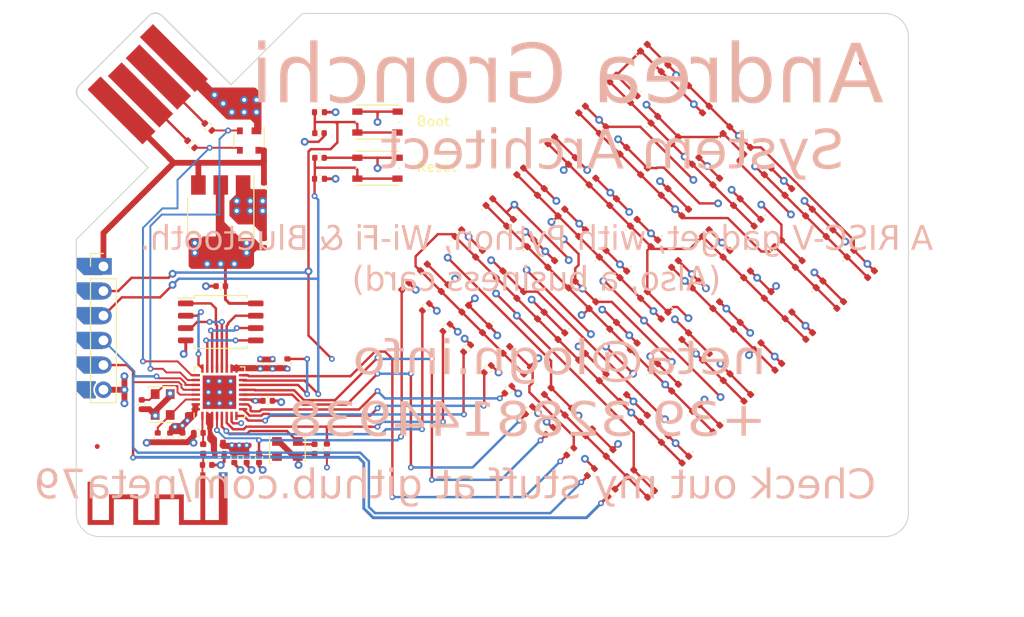
<source format=kicad_pcb>
(kicad_pcb (version 20221018) (generator pcbnew)
  (layers (0 "F.Cu" signal) (1 "In1.Cu" signal) (2 "In2.Cu" power) (31 "B.Cu" power) (34 "B.Paste" user) (35 "F.Paste" user) (36 "B.SilkS" user "B.Silkscreen") (37 "F.SilkS" user "F.Silkscreen") (38 "B.Mask" user) (39 "F.Mask" user) (44 "Edge.Cuts" user))
  (net 0 "")
  (net 1 "Net-(AN1-A)")
  (net 2 "GND")
  (net 3 "Net-(U3-LNA_IN)")
  (net 4 "/VUSB")
  (net 5 "/VDD3_3")
  (net 6 "/VDD3_3_RF")
  (net 7 "/CHIP_RESET")
  (net 8 "/CHIP_BOOT")
  (net 9 "Net-(D1-K)")
  (net 10 "Net-(D1-A)")
  (net 11 "Net-(D11-A)")
  (net 12 "Net-(D10-A)")
  (net 13 "Net-(D13-K)")
  (net 14 "Net-(D21-K)")
  (net 15 "Net-(D31-K)")
  (net 16 "Net-(D43-K)")
  (net 17 "Net-(D57-K)")
  (net 18 "Net-(D73-K)")
  (net 19 "Net-(D91-K)")
  (net 20 "Net-(J1-Pin_2)")
  (net 21 "Net-(J1-Pin_3)")
  (net 22 "/USB_DN")
  (net 23 "/USB_DP")
  (net 24 "/XTAL_CORE_N")
  (net 25 "/XTAL_CORE_P")
  (net 26 "/MX_R1")
  (net 27 "/MX_R0")
  (net 28 "/MX_R2")
  (net 29 "/MX_R3")
  (net 30 "/MX_R4")
  (net 31 "/MX_R5")
  (net 32 "/MX_R6")
  (net 33 "/MX_R7")
  (net 34 "/MX_R8")
  (net 35 "/MX_R9")
  (net 36 "/MX_R10")
  (net 37 "Net-(U3-GPIO8)")
  (net 38 "/MEM_CS")
  (net 39 "/MEM_CK")
  (net 40 "/MEM_IO0")
  (net 41 "/MEM_IO1")
  (net 42 "/MEM_IO2")
  (net 43 "/MEM_IO3")
  (footprint "LED_SMD:LED_0402_1005Metric" (layer "F.Cu") (at 120.893293 85.049067 45)
    (fp_text reference "D47" hide)
    (fp_text value "LED XL-1005SURC")
  )
  (footprint "LED_SMD:LED_0402_1005Metric" (layer "F.Cu") (at 103.537356 93.919723 45)
    (fp_text reference "D93" hide)
    (fp_text value "LED XL-1005SURC")
  )
  (footprint "LED_SMD:LED_0402_1005Metric" (layer "F.Cu") (at 115.558171 60.685704 -135)
    (fp_text reference "D4" hide)
    (fp_text value "LED XL-1005SURC")
  )
  (footprint "LED_SMD:LED_0402_1005Metric" (layer "F.Cu") (at 119.800812 77.656267 45)
    (fp_text reference "D33" hide)
    (fp_text value "LED XL-1005SURC")
  )
  (footprint "LED_SMD:LED_0402_1005Metric" (layer "F.Cu") (at 106.022836 82.94896 45)
    (fp_text reference "D67" hide)
    (fp_text value "LED XL-1005SURC")
  )
  (footprint "LED_SMD:LED_0402_1005Metric" (layer "F.Cu") (at 109.19421 92.505508 -135)
    (fp_text reference "D82" hide)
    (fp_text value "LED XL-1005SURC")
  )
  (footprint "Resistor_SMD:R_0402_1005Metric" (layer "F.Cu") (at 72.517 86.868 -90)
    (fp_text reference "R21" hide)
    (fp_text value "10K")
  )
  (footprint "Capacitor_SMD:C_0402_1005Metric" (layer "F.Cu") (at 75.819 65.659)
    (fp_text reference "C16" hide)
    (fp_text value "10nF")
  )
  (footprint "Capacitor_SMD:C_0402_1005Metric" (layer "F.Cu") (at 69.596 96.548 -90)
    (fp_text reference "C17" hide)
    (fp_text value "18pF")
  )
  (footprint "LED_SMD:LED_0402_1005Metric" (layer "F.Cu") (at 107.072891 77.656266 -135)
    (fp_text reference "D54" hide)
    (fp_text value "LED XL-1005SURC")
  )
  (footprint "Resistor_SMD:R_0402_1005Metric" (layer "F.Cu") (at 88.878332 83.153106 45)
    (fp_text reference "R11" hide)
    (fp_text value "150")
  )
  (footprint "LED_SMD:LED_0402_1005Metric" (layer "F.Cu") (at 95.416235 72.342359 -135)
    (fp_text reference "D62" hide)
    (fp_text value "LED XL-1005SURC")
  )
  (footprint "LED_SMD:LED_0402_1005Metric" (layer "F.Cu") (at 122.993399 74.46368 45)
    (fp_text reference "D21" hide)
    (fp_text value "LED XL-1005SURC")
  )
  (footprint "LED_SMD:LED_0402_1005Metric" (layer "F.Cu") (at 99.294715 89.677081 45)
    (fp_text reference "D91" hide)
    (fp_text value "LED XL-1005SURC")
  )
  (footprint "LED_SMD:LED_0402_1005Metric" (layer "F.Cu") (at 115.558171 86.141547 -135)
    (fp_text reference "D58" hide)
    (fp_text value "LED XL-1005SURC")
  )
  (footprint "Connector_PinHeader_2.54mm:PinHeader_1x06_P2.54mm_Vertical" (layer "F.Cu") (at 53.594 76.835)
    (fp_text reference "J2" hide)
    (fp_text value "Conn_01x03")
  )
  (footprint "LED_SMD:LED_0402_1005Metric" (layer "F.Cu") (at 123.014612 87.170388 -135)
    (fp_text reference "D48" hide)
    (fp_text value "LED XL-1005SURC")
  )
  (footprint "LED_SMD:LED_0402_1005Metric" (layer "F.Cu") (at 101.780196 78.70632 45)
    (fp_text reference "D65" hide)
    (fp_text value "LED XL-1005SURC")
  )
  (footprint "LED_SMD:LED_0402_1005Metric" (layer "F.Cu") (at 132.549947 77.635053 -135)
    (fp_text reference "D12" hide)
    (fp_text value "LED XL-1005SURC")
  )
  (footprint "LED_SMD:LED_0402_1005Metric" (layer "F.Cu") (at 117.679492 62.807024 45)
    (fp_text reference "D5" hide)
    (fp_text value "LED XL-1005SURC")
  )
  (footprint "Oscillator:Oscillator_SMD_EuroQuartz_XO32-4Pin_3.2x2.5mm" (layer "F.Cu") (at 72.517 95.631 90)
    (fp_text reference "XTAL2" hide)
    (fp_text value "32.768 kHz")
  )
  (footprint "Resistor_SMD:R_0402_1005Metric" (layer "F.Cu") (at 64.389 62.484 -45)
    (fp_text reference "R2" hide)
    (fp_text value "22R")
  )
  (footprint "LED_SMD:LED_0402_1005Metric" (layer "F.Cu") (at 97.173395 87.555762 -135)
    (fp_text reference "D90" hide)
    (fp_text value "LED XL-1005SURC")
  )
  (footprint "LED_SMD:LED_0402_1005Metric" (layer "F.Cu") (at 114.508118 78.70632 -135)
    (fp_text reference "D44" hide)
    (fp_text value "LED XL-1005SURC")
  )
  (footprint "Capacitor_SMD:C_0402_1005Metric" (layer "F.Cu") (at 68.326 96.548 -90)
    (fp_text reference "C7" hide)
    (fp_text value "1uF")
  )
  (footprint "LED_SMD:LED_0402_1005Metric" (layer "F.Cu") (at 97.537555 74.46368 45)
    (fp_text reference "D63" hide)
    (fp_text value "LED XL-1005SURC")
  )
  (footprint "LED_SMD:LED_0402_1005Metric" (layer "F.Cu") (at 115.558171 73.413625 45)
    (fp_text reference "D31" hide)
    (fp_text value "LED XL-1005SURC")
  )
  (footprint "LED_SMD:LED_0402_1005Metric" (layer "F.Cu") (at 110.265477 61.735758 45)
    (fp_text reference "D15" hide)
    (fp_text value "LED XL-1005SURC")
  )
  (footprint "RF_Antenna:Texas_SWRA117D_2.4GHz_Right" (layer "F.Cu") (at 63.813 98.298 180)
    (fp_text reference "AN1" hide)
    (fp_text value "PCB Antenna")
  )
  (footprint "Capacitor_SMD:C_0402_1005Metric" (layer "F.Cu") (at 75.311 95.631 90)
    (fp_text reference "C18" hide)
    (fp_text value "18pF")
  )
  (footprint "LED_SMD:LED_0402_1005Metric" (layer "F.Cu") (at 98.587609 69.170985 -135)
    (fp_text reference "D50" hide)
    (fp_text value "LED XL-1005SURC")
  )
  (footprint "LED_SMD:LED_0402_1005Metric" (layer "F.Cu") (at 101.780196 65.978398 -135)
    (fp_text reference "D38" hide)
    (fp_text value "LED XL-1005SURC")
  )
  (footprint "Resistor_SMD:R_0402_1005Metric" (layer "F.Cu") (at 75.819 60.96 180)
    (fp_text reference "R8" hide)
    (fp_text value "10K")
  )
  (footprint "LED_SMD:LED_0402_1005Metric" (layer "F.Cu") (at 119.800812 64.928345 -135)
    (fp_text reference "D6" hide)
    (fp_text value "LED XL-1005SURC")
  )
  (footprint "LED_SMD:LED_0402_1005Metric" (layer "F.Cu") (at 101.416036 91.798402 -135)
    (fp_text reference "D92" hide)
    (fp_text value "LED XL-1005SURC")
  )
  (footprint "Capacitor_SMD:C_0402_1005Metric" (layer "F.Cu") (at 61.721 94.46 -90)
    (fp_text reference "C10" hide)
    (fp_text value "1uF")
  )
  (footprint "Resistor_SMD:R_0402_1005Metric" (layer "F.Cu") (at 93.123544 87.398317 45)
    (fp_text reference "R13" hide)
    (fp_text value "150")
  )
  (footprint "LED_SMD:LED_0402_1005Metric" (layer "F.Cu") (at 118.750758 70.221038 45)
    (fp_text reference "D19" hide)
    (fp_text value "LED XL-1005SURC")
  )
  (footprint "Utils:PCB_USB_A_Male_Plug" (layer "F.Cu") (at 58.19596 66.66319 -45)
    (fp_text reference "J1" hide)
    (fp_text value "XL-1005SURC" hide)
    (fp_line (start -11 -11.06) (end -11 -1) (stroke (width 0.15)) (layer "Edge.Cuts"))
    (fp_line (start -10 -12.06) (end 0 -12.06) (stroke (width 0.15)) (layer "Edge.Cuts"))
    (fp_line (start 0 0) (end -10 0) (stroke (width 0.15)) (layer "Edge.Cuts"))
    (fp_arc (start -11 -11.06) (mid -10.707107 -11.767107) (end -10 -12.06) (stroke (width 0.15)) (layer "Edge.Cuts"))
    (fp_arc (start -10 0) (mid -10.707107 -0.292893) (end -11 -1) (stroke (width 0.15)) (layer "Edge.Cuts"))
  )
  (footprint "Resistor_SMD:R_0402_1005Metric" (layer "F.Cu") (at 105.859179 100.133952 45)
    (fp_text reference "R19" hide)
    (fp_text value "150")
  )
  (footprint "LED_SMD:LED_0402_1005Metric" (layer "F.Cu") (at 117.700705 88.241655 45)
    (fp_text reference "D59" hide)
    (fp_text value "LED XL-1005SURC")
  )
  (footprint "LED_SMD:LED_0402_1005Metric" (layer "F.Cu") (at 108.144157 85.070281 -135)
    (fp_text reference "D68" hide)
    (fp_text value "LED XL-1005SURC")
  )
  (footprint "LED_SMD:LED_0402_1005Metric" (layer "F.Cu") (at 92.930754 83.313121 -135)
    (fp_text reference "D88" hide)
    (fp_text value "LED XL-1005SURC")
  )
  (footprint "LED_SMD:LED_0402_1005Metric" (layer "F.Cu") (at 94.344969 77.656266 45)
    (fp_text reference "D75" hide)
    (fp_text value "LED XL-1005SURC")
  )
  (footprint "LED_SMD:LED_0402_1005Metric" (layer "F.Cu") (at 129.378573 80.806427 -135)
    (fp_text reference "D24" hide)
    (fp_text value "LED XL-1005SURC")
  )
  (footprint "LED_SMD:LED_0402_1005Metric" (layer "F.Cu") (at 114.529332 91.413028 45)
    (fp_text reference "D71" hide)
    (fp_text value "LED XL-1005SURC")
  )
  (footprint "LED_SMD:LED_0402_1005Metric" (layer "F.Cu") (at 128.286093 73.413625 -135)
    (fp_text reference "D10" hide)
    (fp_text value "LED XL-1005SURC")
  )
  (footprint "Capacitor_SMD:C_0402_1005Metric" (layer "F.Cu") (at 70.104 74.422 90)
    (fp_text reference "C6" hide)
    (fp_text value "1uF")
  )
  (footprint "LED_SMD:LED_0402_1005Metric" (layer "F.Cu") (at 93.294914 70.221039 45)
    (fp_text reference "D61" hide)
    (fp_text value "LED XL-1005SURC")
  )
  (footprint "LED_SMD:LED_0402_1005Metric" (layer "F.Cu") (at 90.102328 73.413625 45)
    (fp_text reference "D73" hide)
    (fp_text value "LED XL-1005SURC")
  )
  (footprint "LED_SMD:LED_0402_1005Metric" (layer "F.Cu") (at 118.750758 82.94896 -135)
    (fp_text reference "D46" hide)
    (fp_text value "LED XL-1005SURC")
  )
  (footprint "LED_SMD:LED_0402_1005Metric" (layer "F.Cu") (at 103.901516 68.099719 45)
    (fp_text reference "D39" hide)
    (fp_text value "LED XL-1005SURC")
  )
  (footprint "Resistor_SMD:R_0402_1005Metric" (layer "F.Cu") (at 99.491362 93.766135 45)
    (fp_text reference "R16" hide)
    (fp_text value "150")
  )
  (footprint "Inductor_SMD:L_0402_1005Metric" (layer "F.Cu") (at 65.405 94.996 180)
    (fp_text reference "L2" hide)
    (fp_text value "2nH 500mA")
  )
  (footprint "LED_SMD:LED_0402_1005Metric" (layer "F.Cu") (at 113.436852 84.020227 45)
    (fp_text reference "D57" hide)
    (fp_text value "LED XL-1005SURC")
  )
  (footprint "LED_SMD:LED_0402_1005Metric" (layer "F.Cu") (at 107.07289 64.928345 45)
    (fp_text reference "D27" hide)
    (fp_text value "LED XL-1005SURC")
  )
  (footprint "Capacitor_SMD:C_0402_1005Metric" (layer "F.Cu") (at 67.056 96.548 -90)
    (fp_text reference "C8" hide)
    (fp_text value "100nF")
  )
  (footprint "Resistor_SMD:R_0402_1005Metric" (layer "F.Cu") (at 62.611 64.262 -45)
    (fp_text reference "R1" hide)
    (fp_text value "22R")
  )
  (footprint "Capacitor_SMD:C_0402_1005Metric" (layer "F.Cu") (at 60.452 94.46 -90)
    (fp_text reference "C11" hide)
    (fp_text value "10nF")
  )
  (footprint "Inductor_SMD:L_0402_1005Metric" (layer "F.Cu") (at 63.853 95.624 90)
    (fp_text reference "L1" hide)
    (fp_text value "TBD")
  )
  (footprint "Capacitor_SMD:C_0402_1005Metric" (layer "F.Cu") (at 59.182 94.46 90)
    (fp_text reference "C2" hide)
    (fp_text value "18pF")
  )
  (footprint "LED_SMD:LED_0402_1005Metric" (layer "F.Cu") (at 116.629438 68.099719 -135)
    (fp_text reference "D18" hide)
    (fp_text value "LED XL-1005SURC")
  )
  (footprint "LED_SMD:LED_0402_1005Metric" (layer "F.Cu") (at 102.830249 60.685704 45)
    (fp_text reference "D25" hide)
    (fp_text value "LED XL-1005SURC")
  )
  (footprint "Button_Switch_SMD:SW_Push_1P1T_NO_Vertical_Wuerth_434133025816" (layer "F.Cu") (at 81.788 66.726)
    (fp_text reference "SW2" hide)
    (fp_text value "SW_Push")
  )
  (footprint "LED_SMD:LED_0402_1005Metric" (layer "F.Cu") (at 116.629438 80.827641 45)
    (fp_text reference "D45" hide)
    (fp_text value "LED XL-1005SURC")
  )
  (footprint "LED_SMD:LED_0402_1005Metric" (layer "F.Cu") (at 124.064667 81.877693 45)
    (fp_text reference "D35" hide)
    (fp_text value "LED XL-1005SURC")
  )
  (footprint "Resistor_SMD:R_0402_1005Metric" (layer "F.Cu") (at 91.000938 85.275711 45)
    (fp_text reference "R12" hide)
    (fp_text value "150")
  )
  (footprint "Capacitor_SMD:C_0402_1005Metric" (layer "F.Cu") (at 70.104 68.707 -90)
    (fp_text reference "C5" hide)
    (fp_text value "1uF")
  )
  (footprint "LED_SMD:LED_0402_1005Metric" (layer "F.Cu") (at 106.022836 57.493117 45)
    (fp_text reference "D13" hide)
    (fp_text value "LED XL-1005SURC")
  )
  (footprint "LED_SMD:LED_0402_1005Metric" (layer "F.Cu") (at 102.830249 86.141547 45)
    (fp_text reference "D79" hide)
    (fp_text value "LED XL-1005SURC")
  )
  (footprint "LED_SMD:LED_0402_1005Metric" (layer "F.Cu") (at 88.688114 79.07048 -135)
    (fp_text reference "D86" hide)
    (fp_text value "LED XL-1005SURC")
  )
  (footprint "Capacitor_SMD:C_0402_1005Metric" (layer "F.Cu") (at 57.531 91.059 -90)
    (fp_text reference "C1" hide)
    (fp_text value "18pF")
  )
  (footprint "LED_SMD:LED_0402_1005Metric" (layer "F.Cu") (at 126.164773 71.292306 45)
    (fp_text reference "D9" hide)
    (fp_text value "LED XL-1005SURC")
  )
  (footprint "LED_SMD:LED_0402_1005Metric" (layer "F.Cu") (at 120.872079 72.342359 -135)
    (fp_text reference "D20" hide)
    (fp_text value "LED XL-1005SURC")
  )
  (footprint "LED_SMD:LED_0402_1005Metric" (layer "F.Cu") (at 99.658875 63.857078 45)
    (fp_text reference "D37" hide)
    (fp_text value "LED XL-1005SURC")
  )
  (footprint "LED_SMD:LED_0402_1005Metric" (layer "F.Cu") (at 108.144157 72.342359 45)
    (fp_text reference "D41" hide)
    (fp_text value "LED XL-1005SURC")
  )
  (footprint "LED_SMD:LED_0402_1005Metric" (layer "F.Cu") (at 113.436851 71.292306 -135)
    (fp_text reference "D30" hide)
    (fp_text value "LED XL-1005SURC")
  )
  (footprint "LED_SMD:LED_0402_1005Metric" (layer "F.Cu") (at 125.114719 76.584999 -135)
    (fp_text reference "D22" hide)
    (fp_text value "LED XL-1005SURC")
  )
  (footprint "LED_SMD:LED_0402_1005Metric" (layer "F.Cu") (at 104.95157 88.262868 -135)
    (fp_text reference "D80" hide)
    (fp_text value "LED XL-1005SURC")
  )
  (footprint "LED_SMD:LED_0402_1005Metric" (layer "F.Cu") (at 90.809434 81.191801 45)
    (fp_text reference "D87" hide)
    (fp_text value "LED XL-1005SURC")
  )
  (footprint "Package_DFN_QFN:QFN-32-1EP_5x5mm_P0.5mm_EP3.45x3.45mm" (layer "F.Cu") (at 65.525 89.789 90)
    (fp_text reference "U3" hide)
    (fp_text value "ESP32-C3FN4")
  )
  (footprint "LED_SMD:LED_0402_1005Metric" (layer "F.Cu") (at 109.19421 67.049665 -135)
    (fp_text reference "D28" hide)
    (fp_text value "LED XL-1005SURC")
  )
  (footprint "LED_SMD:LED_0402_1005Metric" (layer "F.Cu") (at 126.185986 83.999015 -135)
    (fp_text reference "D36" hide)
    (fp_text value "LED XL-1005SURC")
  )
  (footprint "LED_SMD:LED_0402_1005Metric" (layer "F.Cu") (at 106.022836 70.221039 -135)
    (fp_text reference "D40" hide)
    (fp_text value "LED XL-1005SURC")
  )
  (footprint "Capacitor_SMD:C_0402_1005Metric" (layer "F.Cu") (at 70.485 90.678)
    (fp_text reference "C12" hide)
    (fp_text value "10nF")
  )
  (footprint "Resistor_SMD:R_0402_1005Metric" (layer "F.Cu") (at 95.24615 89.520923 45)
    (fp_text reference "R14" hide)
    (fp_text value "150")
  )
  (footprint "Package_SO:SOIC-8_5.23x5.23mm_P1.27mm" (layer "F.Cu") (at 65.659 82.55)
    (fp_text reference "U4" hide)
    (fp_text value "W25Q128JVS")
  )
  (footprint "Capacitor_SMD:C_0402_1005Metric" (layer "F.Cu") (at 69.723 86.896 90)
    (fp_text reference "C13" hide)
    (fp_text value "1uF")
  )
  (footprint "LED_SMD:LED_0402_1005Metric" (layer "F.Cu") (at 92.223648 75.534946 -135)
    (fp_text reference "D74" hide)
    (fp_text value "LED XL-1005SURC")
  )
  (footprint "LED_SMD:LED_0402_1005Metric" (layer "F.Cu") (at 110.265477 87.191602 45)
    (fp_text reference "D69" hide)
    (fp_text value "LED XL-1005SURC")
  )
  (footprint "LED_SMD:LED_0402_1005Metric" (layer "F.Cu") (at 104.95157 75.534946 45)
    (fp_text reference "D53" hide)
    (fp_text value "LED XL-1005SURC")
  )
  (footprint "LED_SMD:LED_0402_1005Metric" (layer "F.Cu") (at 112.386797 76.584999 45)
    (fp_text reference "D43" hide)
    (fp_text value "LED XL-1005SURC")
  )
  (footprint "Capacitor_SMD:C_0402_1005Metric" (layer "F.Cu") (at 70.993 86.896 90)
    (fp_text reference "C14" hide)
    (fp_text value "10nF")
  )
  (footprint "Resistor_SMD:R_0402_1005Metric" (layer "F.Cu") (at 84.633121 78.907894 45)
    (fp_text reference "R9" hide)
    (fp_text value "150")
  )
  (footprint "LED_SMD:LED_0402_1005Metric" (layer "F.Cu") (at 98.587609 81.898907 45)
    (fp_text reference "D77" hide)
    (fp_text value "LED XL-1005SURC")
  )
  (footprint "LED_SMD:LED_0402_1005Metric" (layer "F.Cu") (at 109.19421 79.777586 45)
    (fp_text reference "D55" hide)
    (fp_text value "LED XL-1005SURC")
  )
  (footprint "Capacitor_SMD:C_0402_1005Metric" (layer "F.Cu") (at 65.659 78.867 180)
    (fp_text reference "C19" hide)
    (fp_text value "100nF")
  )
  (footprint "Package_TO_SOT_SMD:SOT-143" (layer "F.Cu") (at 68.58 63.881 -90)
    (fp_text reference "U1" hide)
    (fp_text value "PRTR5V0U2X")
  )
  (footprint "LED_SMD:LED_0402_1005Metric" (layer "F.Cu") (at 121.922132 67.049664 45)
    (fp_text reference "D7" hide)
    (fp_text value "LED XL-1005SURC")
  )
  (footprint "Capacitor_SMD:C_0402_1005Metric" (layer "F.Cu") (at 63.366 93.98 180)
    (fp_text reference "C3" hide)
    (fp_text value "TBD")
  )
  (footprint "LED_SMD:LED_0402_1005Metric" (layer "F.Cu") (at 124.043453 69.170985 -135)
    (fp_text reference "D8" hide)
    (fp_text value "LED XL-1005SURC")
  )
  (footprint "LED_SMD:LED_0402_1005Metric" (layer "F.Cu") (at 100.70893 71.292305 45)
    (fp_text reference "D51" hide)
    (fp_text value "LED XL-1005SURC")
  )
  (footprint "LED_SMD:LED_0402_1005Metric" (layer "F.Cu") (at 119.822025 90.362976 -135)
    (fp_text reference "D60" hide)
    (fp_text value "LED XL-1005SURC")
  )
  (footprint "LED_SMD:LED_0402_1005Metric" (layer "F.Cu") (at 113.436851 58.564384 45)
    (fp_text reference "D3" hide)
    (fp_text value "LED XL-1005SURC")
  )
  (footprint "Resistor_SMD:R_0402_1005Metric" (layer "F.Cu") (at 103.736573 98.011347 45)
    (fp_text reference "R18" hide)
    (fp_text value "150")
  )
  (footprint "LED_SMD:LED_0402_1005Metric" (layer "F.Cu") (at 86.566793 76.94916 45)
    (fp_text reference "D85" hide)
    (fp_text value "LED XL-1005SURC")
  )
  (footprint "LED_SMD:LED_0402_1005Metric" (layer "F.Cu") (at 105.658676 96.041042 -135)
    (fp_text reference "D94" hide)
    (fp_text value "LED XL-1005SURC")
  )
  (footprint "LED_SMD:LED_0402_1005Metric" (layer "F.Cu") (at 103.901516 80.827641 -135)
    (fp_text reference "D66" hide)
    (fp_text value "LED XL-1005SURC")
  )
  (footprint "Capacitor_SMD:C_0402_1005Metric" (layer "F.Cu") (at 64.262 97.275)
    (fp_text reference "C4" hide)
    (fp_text value "TBD")
  )
  (footprint "LED_SMD:LED_0402_1005Metric" (layer "F.Cu") (at 111.315531 81.898907 -135)
    (fp_text reference "D56" hide)
    (fp_text value "LED XL-1005SURC")
  )
  (footprint "LED_SMD:LED_0402_1005Metric" (layer "F.Cu") (at 96.466289 67.049664 45)
    (fp_text reference "D49" hide)
    (fp_text value "LED XL-1005SURC")
  )
  (footprint "LED_SMD:LED_0402_1005Metric" (layer "F.Cu") (at 111.336744 94.605616 45)
    (fp_text reference "D83" hide)
    (fp_text value "LED XL-1005SURC")
  )
  (footprint "LED_SMD:LED_0402_1005Metric" (layer "F.Cu") (at 102.83025 73.413625 -135)
    (fp_text reference "D52" hide)
    (fp_text value "LED XL-1005SURC")
  )
  (footprint "LED_SMD:LED_0402_1005Metric" (layer "F.Cu") (at 96.466289 79.777586 -135)
    (fp_text reference "D76" hide)
    (fp_text value "LED XL-1005SURC")
  )
  (footprint "Button_Switch_SMD:SW_Push_1P1T_NO_Vertical_Wuerth_434133025816" (layer "F.Cu") (at 81.788 61.976)
    (fp_text reference "SW1" hide)
    (fp_text value "SW_Push")
  )
  (footprint "Fiducial:Fiducial_0.5mm_Mask1mm" (layer "F.Cu") (at 131.572 55.88)
    (fp_text reference "REF2")
    (fp_text value "Fiducial_0.5mm_Mask1mm")
  )
  (footprint "Resistor_SMD:R_0402_1005Metric" (layer "F.Cu") (at 76.581 95.631 -90)
    (fp_text reference "R20" hide)
    (fp_text value "10K")
  )
  (footprint "LED_SMD:LED_0402_1005Metric" (layer "F.Cu") (at 107.801211 98.141149 45)
    (fp_text reference "D95" hide)
    (fp_text value "LED XL-1005SURC")
  )
  (footprint "Resistor_SMD:R_0402_1005Metric" (layer "F.Cu") (at 86.755727 81.0305 45)
    (fp_text reference "R10" hide)
    (fp_text value "150")
  )
  (footprint "Capacitor_SMD:C_0402_1005Metric" (layer "F.Cu") (at 75.817 63.119)
    (fp_text reference "C15" hide)
    (fp_text value "100nF")
  )
  (footprint "LED_SMD:LED_0402_1005Metric" (layer "F.Cu") (at 110.265477 74.46368 -135)
    (fp_text reference "D42" hide)
    (fp_text value "LED XL-1005SURC")
  )
  (footprint "LED_SMD:LED_0402_1005Metric" (layer "F.Cu") (at 114.508118 65.978398 45)
    (fp_text reference "D17" hide)
    (fp_text value "LED XL-1005SURC")
  )
  (footprint "Resistor_SMD:R_0402_1005Metric" (layer "F.Cu") (at 101.613968 95.888741 45)
    (fp_text reference "R17" hide)
    (fp_text value "150")
  )
  (footprint "LED_SMD:LED_0402_1005Metric" (layer "F.Cu") (at 130.428628 75.513732 45)
    (fp_text reference "D11" hide)
    (fp_text value "LED XL-1005SURC")
  )
  (footprint "LED_SMD:LED_0402_1005Metric" (layer "F.Cu") (at 111.315531 69.170985 45)
    (fp_text reference "D29" hide)
    (fp_text value "LED XL-1005SURC")
  )
  (footprint "LED_SMD:LED_0402_1005Metric" (layer "F.Cu") (at 117.679492 75.534946 -135)
    (fp_text reference "D32" hide)
    (fp_text value "LED XL-1005SURC")
  )
  (footprint "Oscillator:Oscillator_SMD_EuroQuartz_XO32-4Pin_3.2x2.5mm" (layer "F.Cu") (at 59.69 91.059)
    (fp_text reference "XTAL1" hide)
    (fp_text value "40MHz")
  )
  (footprint "Package_TO_SOT_SMD:SOT-223-3_TabPin2" (layer "F.Cu") (at 65.659 71.603 -90)
    (fp_text reference "U2" hide)
    (fp_text value "ME6211C33M5G")
  )
  (footprint "LED_SMD:LED_0402_1005Metric" (layer "F.Cu") (at 112.386797 63.857078 -135)
    (fp_text reference "D16" hide)
    (fp_text value "LED XL-1005SURC")
  )
  (footprint "LED_SMD:LED_0402_1005Metric" (layer "F.Cu") (at 127.257254 78.685106 45)
    (fp_text reference "D23" hide)
    (fp_text value "LED XL-1005SURC")
  )
  (footprint "Resistor_SMD:R_0402_1005Metric" (layer "F.Cu") (at 75.819 67.818 180)
    (fp_text reference "R5" hide)
    (fp_text value "10K")
  )
  (footprint "LED_SMD:LED_0402_1005Metric" (layer "F.Cu") (at 111.315531 56.443063 -135)
    (fp_text reference "D2" hide)
    (fp_text value "LED XL-1005SURC")
  )
  (footprint "LED_SMD:LED_0402_1005Metric" (layer "F.Cu") (at 99.658875 76.585 -135)
    (fp_text reference "D64" hide)
    (fp_text value "LED XL-1005SURC")
  )
  (footprint "LED_SMD:LED_0402_1005Metric" (layer "F.Cu") (at 109.92253 100.26247 -135)
    (fp_text reference "D96" hide)
    (fp_text value "LED XL-1005SURC")
  )
  (footprint "LED_SMD:LED_0402_1005Metric" (layer "F.Cu") (at 108.144156 59.614436 -135)
    (fp_text reference "D14" hide)
    (fp_text value "LED XL-1005SURC")
  )
  (footprint "LED_SMD:LED_0402_1005Metric" (layer "F.Cu") (at 107.072891 90.384188 45)
    (fp_text reference "D81" hide)
    (fp_text value "LED XL-1005SURC")
  )
  (footprint "LED_SMD:LED_0402_1005Metric" (layer "F.Cu") (at 116.650651 93.534349 -135)
    (fp_text reference "D72" hide)
    (fp_text value "LED XL-1005SURC")
  )
  (footprint "LED_SMD:LED_0402_1005Metric" (layer "F.Cu") (at 104.95157 62.807024 -135)
    (fp_text reference "D26" hide)
    (fp_text value "LED XL-1005SURC")
  )
  (footprint "LED_SMD:LED_0402_1005Metric" (layer "F.Cu") (at 100.70893 84.020227 -135)
    (fp_text reference "D78" hide)
    (fp_text value "LED XL-1005SURC")
  )
  (footprint "Resistor_SMD:R_0402_1005Metric" (layer "F.Cu") (at 97.368756 91.643529 45)
    (fp_text reference "R15" hide)
    (fp_text value "150")
  )
  (footprint "LED_SMD:LED_0402_1005Metric" (layer "F.Cu") (at 113.458064 96.726937 -135)
    (fp_text reference "D84" hide)
    (fp_text value "LED XL-1005SURC")
  )
  (footprint "Fiducial:Fiducial_0.5mm_Mask1mm" (layer "F.Cu") (at 52.959 95.377)
    (fp_text reference "REF1")
    (fp_text value "Fiducial_0.5mm_Mask1mm")
  )
  (footprint "Capacitor_SMD:C_0402_1005Metric" (layer "F.Cu") (at 65.532 96.139)
    (fp_text reference "C9" hide)
    (fp_text value "100nF")
  )
  (footprint "LED_SMD:LED_0402_1005Metric" (layer "F.Cu") (at 95.052075 85.434441 45)
    (fp_text reference "D89" hide)
    (fp_text value "LED XL-1005SURC")
  )
  (footprint "LED_SMD:LED_0402_1005Metric" (layer "F.Cu") (at 121.922132 79.777586 -135)
    (fp_text reference "D34" hide)
    (fp_text value "LED XL-1005SURC")
  )
  (footprint "LED_SMD:LED_0402_1005Metric" (layer "F.Cu") (at 109.19421 54.321743 45)
    (fp_text reference "D1" hide)
    (fp_text value "LED XL-1005SURC")
  )
  (footprint "LED_SMD:LED_0402_1005Metric" (layer "F.Cu") (at 112.386797 89.312921 -135)
    (fp_text reference "D70" hide)
    (fp_text value "LED XL-1005SURC")
  )
  (gr_line (start 50.8 102.235) (end 50.8 74.041) (stroke (width 0.1)) (layer "Edge.Cuts"))
  (gr_line (start 133.985 104.651339) (end 53.216339 104.651339) (stroke (width 0.1)) (layer "Edge.Cuts"))
  (gr_line (start 136.398 53.213) (end 136.398 102.235) (stroke (width 0.1)) (layer "Edge.Cuts"))
  (gr_line (start 50.804853 74.054297) (end 58.19596 66.66319) (stroke (width 0.1)) (layer "Edge.Cuts"))
  (gr_line (start 66.723668 58.135482) (end 74.055595 50.803555) (stroke (width 0.1)) (layer "Edge.Cuts"))
  (gr_arc (start 136.401339 102.231661) (mid 135.69361 103.940271) (end 133.985 104.648) (stroke (width 0.1)) (layer "Edge.Cuts"))
  (gr_line (start 74.041 50.8) (end 133.985 50.8) (stroke (width 0.1)) (layer "Edge.Cuts"))
  (gr_arc (start 53.216339 104.651339) (mid 51.507729 103.94361) (end 50.8 102.235) (stroke (width 0.1)) (layer "Edge.Cuts"))
  (gr_arc (start 133.981661 50.796661) (mid 135.690271 51.50439) (end 136.398 53.213) (stroke (width 0.1)) (layer "Edge.Cuts"))
  (gr_text "System Architect" (at 129.794 67.437) (layer "B.SilkS") (effects (font (size 4 4)) (justify left bottom mirror)))
  (gr_text "Check out my stuff at github.com/neta79" (at 133.055751 101.219) (layer "B.SilkS") (effects (font (size 3 3)) (justify left bottom mirror)))
  (gr_text "+39 3288144938\n" (at 121.79176 94.869) (layer "B.SilkS") (effects (font (size 3.5 4)) (justify left bottom mirror)))
  (gr_text "A RISC-V gadget, with Python, Wi-Fi & Bluetooth.\n(Also, a business card)" (at 98.129513 79.756) (layer "B.SilkS") (effects (font (size 2.5 2.4)) (justify bottom mirror)))
  (gr_text "neta@logn.info" (at 121.79176 88.519) (layer "B.SilkS") (effects (font (size 3.5 4)) (justify left bottom mirror)))
  (gr_text "Andrea Gronchi" (at 133.858 60.96) (layer "B.SilkS") (effects (font (size 6 6)) (justify left bottom mirror)))
  (gr_text "Reset" (at 85.725 67.183) (layer "F.SilkS") (effects (font (size 1 1)) (justify left bottom)))
  (gr_text "Boot" (at 85.725 62.484) (layer "F.SilkS") (effects (font (size 1 1)) (justify left bottom)))
  (segment (start 63.782 98.267) (end 63.813 98.298) (width 0.2) (layer "F.Cu") (net 1))
  (segment (start 63.853 97.204) (end 63.782 97.275) (width 0.2) (layer "F.Cu") (net 1))
  (segment (start 63.782 97.275) (end 63.782 98.267) (width 0.2) (layer "F.Cu") (net 1))
  (segment (start 63.853 96.109) (end 63.853 97.204) (width 0.2) (layer "F.Cu") (net 1))
  (segment (start 57.531 91.539) (end 58.32 91.539) (width 0.6) (layer "F.Cu") (net 2))
  (segment (start 70.993 86.416) (end 69.723 86.416) (width 0.6) (layer "F.Cu") (net 2))
  (segment (start 62.059 84.455) (end 62.059 85.642) (width 0.3) (layer "F.Cu") (net 2))
  (segment (start 68.326 97.282) (end 68.834 97.79) (width 0.3) (layer "F.Cu") (net 2))
  (segment (start 69.33 60.972) (end 69.342 60.96) (width 0.25) (layer "F.Cu") (net 2))
  (segment (start 64.742 97.275) (end 65.652 97.275) (width 0.3) (layer "F.Cu") (net 2))
  (segment (start 71.442 94.856) (end 71.642 94.856) (width 0.6) (layer "F.Cu") (net 2))
  (segment (start 73.592 96.406) (end 73.592 97.214) (width 0.3) (layer "F.Cu") (net 2))
  (segment (start 58.32 91.539) (end 58.915 92.134) (width 0.6) (layer "F.Cu") (net 2))
  (segment (start 81.788 61.028) (end 81.915 60.901) (width 0.25) (layer "F.Cu") (net 2))
  (segment (start 58.915 92.134) (end 58.915 91.734) (width 0.6) (layer "F.Cu") (net 2))
  (segment (start 74.295 64.008) (end 75.717999 64.008) (width 0.25) (layer "F.Cu") (net 2))
  (segment (start 71.755 90.678) (end 71.882 90.805) (width 0.3) (layer "F.Cu") (net 2))
  (segment (start 83.863 60.901) (end 81.915 60.901) (width 0.25) (layer "F.Cu") (net 2))
  (segment (start 76.307 65.651) (end 76.299 65.659) (width 0.25) (layer "F.Cu") (net 2))
  (segment (start 76.297 63.428999) (end 76.297 63.119) (width 0.25) (layer "F.Cu") (net 2))
  (segment (start 81.915 60.901) (end 79.713 60.901) (width 0.25) (layer "F.Cu") (net 2))
  (segment (start 62.059 85.642) (end 61.849 85.852) (width 0.3) (layer "F.Cu") (net 2))
  (segment (start 75.311 96.111) (end 73.887 96.111) (width 0.3) (layer "F.Cu") (net 2))
  (segment (start 62.235999 94.94) (end 61.721 94.94) (width 0.6) (layer "F.Cu") (net 2))
  (segment (start 70.104 69.187) (end 68.693 69.187) (width 0.6) (layer "F.Cu") (net 2))
  (segment (start 71.642 94.856) (end 73.192 96.406) (width 0.6) (layer "F.Cu") (net 2))
  (segment (start 62.886 93.98) (end 62.886 94.289999) (width 0.6) (layer "F.Cu") (net 2))
  (segment (start 58.095 94.94) (end 58.039 94.996) (width 0.6) (layer "F.Cu") (net 2))
  (segment (start 66.012 96.139) (end 66.012 96.929) (width 0.3) (layer "F.Cu") (net 2))
  (segment (start 81.788 66.726) (end 81.788 65.651) (width 0.25) (layer "F.Cu") (net 2))
  (segment (start 62.886 94.289999) (end 62.235999 94.94) (width 0.6) (layer "F.Cu") (net 2))
  (segment (start 60.840539 55.391908) (end 61.233908 55.391908) (width 0.25) (layer "F.Cu") (net 2))
  (segment (start 60.465 90.184) (end 60.465 89.984) (width 0.6) (layer "F.Cu") (net 2))
  (segment (start 79.713 65.651) (end 76.307 65.651) (width 0.25) (layer "F.Cu") (net 2))
  (segment (start 73.592 97.214) (end 73.66 97.282) (width 0.3) (layer "F.Cu") (net 2))
  (segment (start 81.788 61.976) (end 81.788 61.028) (width 0.25) (layer "F.Cu") (net 2))
  (segment (start 68.693 69.187) (end 67.959 68.453) (width 0.6) (layer "F.Cu") (net 2))
  (segment (start 70.965 90.678) (end 71.755 90.678) (width 0.3) (layer "F.Cu") (net 2))
  (segment (start 69.596 97.409) (end 69.977 97.79) (width 0.3) (layer "F.Cu") (net 2))
  (segment (start 66.012 96.929) (end 65.659 97.282) (width 0.3) (layer "F.Cu") (net 2))
  (segment (start 59.182 94.94) (end 58.095 94.94) (width 0.6) (layer "F.Cu") (net 2))
  (segment (start 75.717999 64.008) (end 76.297 63.428999) (width 0.25) (layer "F.Cu") (net 2))
  (segment (start 58.915 91.734) (end 60.465 90.184) (width 0.6) (layer "F.Cu") (net 2))
  (segment (start 65.179 78.867) (end 64.135 78.867) (width 0.3) (layer "F.Cu") (net 2))
  (segment (start 53.594 89.535) (end 55.753 89.535) (width 0.6) (layer "F.Cu") (net 2))
  (segment (start 55.753 89.535) (end 55.753 90.932) (width 0.6) (layer "F.Cu") (net 2))
  (segment (start 65.652 97.275) (end 65.659 97.282) (width 0.3) (layer "F.Cu") (net 2))
  (segment (start 61.721 94.94) (end 60.452 94.94) (width 0.6) (layer "F.Cu") (net 2))
  (segment (start 68.326 97.028) (end 68.326 97.282) (width 0.3) (layer "F.Cu") (net 2))
  (segment (start 81.788 65.651) (end 79.713 65.651) (width 0.25) (layer "F.Cu") (net 2))
  (segment (start 60.452 94.94) (end 59.182 94.94) (width 0.6) (layer "F.Cu") (net 2))
  (segment (start 70.104 73.942) (end 70.104 69.187) (width 0.6) (layer "F.Cu") (net 2))
  (segment (start 67.056 97.028) (end 67.056 97.155) (width 0.3) (layer "F.Cu") (net 2))
  (segment (start 83.863 65.651) (end 81.788 65.651) (width 0.25) (layer "F.Cu") (net 2))
  (segment (start 55.753 89.535) (end 55.753 88.138) (width 0.6) (layer "F.Cu") (net 2))
  (segment (start 67.056 97.155) (end 67.691 97.79) (width 0.3) (layer "F.Cu") (net 2))
  (segment (start 73.887 96.111) (end 73.592 96.406) (width 0.3) (layer "F.Cu") (net 2))
  (segment (start 69.596 97.028) (end 69.596 97.409) (width 0.3) (layer "F.Cu") (net 2))
  (segment (start 73.192 96.406) (end 73.592 96.406) (width 0.6) (layer "F.Cu") (net 2))
  (via (at 55.753 90.932) (size 0.8) (drill 0.4) (layers "F.Cu" "B.Cu") (net 2))
  (via (at 60.452 89.916) (size 0.8) (drill 0.4) (layers "F.Cu" "B.Cu") (net 2))
  (via (at 67.31 71.12) (size 0.8) (drill 0.4) (layers "F.Cu" "B.Cu") (net 2))
  (via (at 68.072 60.96) (size 0.8) (drill 0.4) (layers "F.Cu" "B.Cu") (net 2))
  (via (at 68.707 70.104) (size 0.8) (drill 0.4) (layers "F.Cu" "B.Cu") (net 2))
  (via (at 81.788 66.726) (size 0.8) (drill 0.4) (layers "F.Cu" "B.Cu") (net 2))
  (via (at 68.834 97.79) (size 0.8) (drill 0.4) (layers "F.Cu" "B.Cu") (net 2))
  (via (at 64.389 90.932) (size 0.6) (drill 0.3) (layers "F.Cu" "B.Cu") (net 2))
  (via (at 68.072 59.69) (size 0.8) (drill 0.4) (layers "F.Cu" "B.Cu") (net 2))
  (via (at 66.675 90.932) (size 0.6) (drill 0.3) (layers "F.Cu" "B.Cu") (net 2))
  (via (at 67.691 97.79) (size 0.8) (drill 0.4) (layers "F.Cu" "B.Cu") (net 2))
  (via (at 65.532 90.932) (size 0.6) (drill 0.3) (layers "F.Cu" "B.Cu") (net 2))
  (via (at 64.135 78.867) (size 0.8) (drill 0.4) (layers "F.Cu" "B.Cu") (net 2))
  (via (at 69.342 60.96) (size 0.8) (drill 0.4) (layers "F.Cu" "B.Cu") (net 2))
  (via (at 58.039 94.996) (size 0.8) (drill 0.4) (layers "F.Cu" "B.Cu") (net 2))
  (via (at 69.977 71.12) (size 0.8) (drill 0.4) (layers "F.Cu" "B.Cu") (net 2))
  (via (at 66.802 60.96) (size 0.8) (drill 0.4) (layers "F.Cu" "B.Cu") (net 2))
  (via (at 67.31 70.104) (size 0.8) (drill 0.4) (layers "F.Cu" "B.Cu") (net 2))
  (via (at 64.389 88.646) (size 0.6) (drill 0.3) (layers "F.Cu" "B.Cu") (net 2))
  (via (at 65.532 88.646) (size 0.6) (drill 0.3) (layers "F.Cu" "B.Cu") (net 2))
  (via (at 74.295 64.008) (size 0.8) (drill 0.4) (layers "F.Cu" "B.Cu") (net 2))
  (via (at 65.659 97.282) (size 0.8) (drill 0.4) (layers "F.Cu" "B.Cu") (net 2))
  (via (at 55.753 88.138) (size 0.8) (drill 0.4) (layers "F.Cu" "B.Cu") (net 2))
  (via (at 66.675 88.646) (size 0.6) (drill 0.3) (layers "F.Cu" "B.Cu") (net 2))
  (via (at 66.675 89.789) (size 0.6) (drill 0.3) (layers "F.Cu" "B.Cu") (net 2))
  (via (at 58.928 92.202) (size 0.8) (drill 0.4) (layers "F.Cu" "B.Cu") (net 2))
  (via (at 65.913 60.071) (size 0.8) (drill 0.4) (layers "F.Cu" "B.Cu") (net 2))
  (via (at 70.993 86.36) (size 0.6) (drill 0.3) (layers "F.Cu" "B.Cu") (net 2))
  (via (at 69.977 70.104) (size 0.8) (drill 0.4) (layers "F.Cu" "B.Cu") (net 2))
  (via (at 62.865 94.996) (size 0.8) (drill 0.4) (layers "F.Cu" "B.Cu") (net 2))
  (via (at 71.882 90.805) (size 0.8) (drill 0.4) (layers "F.Cu" "B.Cu") (net 2))
  (via (at 68.707 71.12) (size 0.8) (drill 0.4) (layers "F.Cu" "B.Cu") (net 2))
  (via (at 69.977 97.79) (size 0.8) (drill 0.4) (layers "F.Cu" "B.Cu") (net 2))
  (via (at 61.849 85.852) (size 0.8) (drill 0.4) (layers "F.Cu" "B.Cu") (net 2))
  (via (at 73.66 97.282) (size 0.8) (drill 0.4) (layers "F.Cu" "B.Cu") (net 2))
  (via (at 81.788 61.976) (size 0.8) (drill 0.4) (layers "F.Cu" "B.Cu") (net 2))
  (via (at 65.532 89.789) (size 0.6) (drill 0.3) (layers "F.Cu" "B.Cu") (net 2))
  (via (at 55.753 89.535) (size 0.8) (drill 0.4) (layers "F.Cu" "B.Cu") (net 2))
  (via (at 64.389 89.789) (size 0.6) (drill 0.3) (layers "F.Cu" "B.Cu") (net 2))
  (via (at 69.342 59.69) (size 0.8) (drill 0.4) (layers "F.Cu" "B.Cu") (net 2))
  (via (at 65.024 59.182) (size 0.8) (drill 0.4) (layers "F.Cu" "B.Cu") (net 2))
  (via (at 69.723 86.36) (size 0.6) (drill 0.3) (layers "F.Cu" "B.Cu") (net 2))
  (segment (start 63.846 95.132) (end 63.853 95.139) (width 0.2) (layer "F.Cu") (net 3))
  (segment (start 63.881 95.111) (end 63.853 95.139) (width 0.25) (layer "F.Cu") (net 3))
  (segment (start 63.775 93.909) (end 63.846 93.98) (width 0.2) (layer "F.Cu") (net 3))
  (segment (start 63.775 92.2265) (end 63.775 93.909) (width 0.2) (layer "F.Cu") (net 3))
  (segment (start 63.846 93.98) (end 63.846 95.132) (width 0.2) (layer "F.Cu") (net 3))
  (segment (start 63.754 95.04) (end 63.853 95.139) (width 0.25) (layer "F.Cu") (net 3))
  (segment (start 63.373 66.167) (end 69.85 66.167) (width 0.6) (layer "F.Cu") (net 4))
  (segment (start 60.833 66.167) (end 63.373 66.167) (width 0.6) (layer "F.Cu") (net 4))
  (segment (start 60.833 66.167) (end 53.594 73.406) (width 0.6) (layer "F.Cu") (net 4))
  (segment (start 60.403324 65.737324) (end 60.833 66.167) (width 0.6) (layer "F.Cu") (net 4))
  (segment (start 70.104 65.913) (end 70.104 68.227) (width 0.6) (layer "F.Cu") (net 4))
  (segment (start 63.359 68.453) (end 63.359 66.181) (width 0.6) (layer "F.Cu") (net 4))
  (segment (start 60.403324 65.731) (end 60.403324 65.737324) (width 0.6) (layer "F.Cu") (net 4))
  (segment (start 55.452386 60.780062) (end 60.403324 65.731) (width 0.6) (layer "F.Cu") (net 4))
  (segment (start 63.359 66.181) (end 63.373 66.167) (width 0.6) (layer "F.Cu") (net 4))
  (segment (start 69.53 64.881) (end 70.104 64.881) (width 0.6) (layer "F.Cu") (net 4))
  (segment (start 69.85 66.167) (end 70.104 65.913) (width 0.6) (layer "F.Cu") (net 4))
  (segment (start 70.104 64.881) (end 70.104 65.913) (width 0.6) (layer "F.Cu") (net 4))
  (segment (start 53.594 73.406) (end 53.594 76.835) (width 0.6) (layer "F.Cu") (net 4))
  (segment (start 66.139 80.236) (end 66.139 78.867) (width 0.3) (layer "F.Cu") (net 5))
  (segment (start 61.721 93.219) (end 61.722 93.218) (width 0.3) (layer "F.Cu") (net 5))
  (segment (start 66.139 78.867) (end 66.139 77.061) (width 0.3) (layer "F.Cu") (net 5))
  (segment (start 65.659 74.753) (end 64.339 74.753) (width 0.6) (layer "F.Cu") (net 5))
  (segment (start 76.581 96.141) (end 76.581 97.536) (width 0.2) (layer "F.Cu") (net 5))
  (segment (start 69.259 80.645) (end 66.548 80.645) (width 0.3) (layer "F.Cu") (net 5))
  (segment (start 66.548 80.645) (end 66.139 80.236) (width 0.3) (layer "F.Cu") (net 5))
  (segment (start 60.452 93.98) (end 60.452 93.8425) (width 0.3) (layer "F.Cu") (net 5))
  (segment (start 76.329 60.96) (end 77.47 60.96) (width 0.3) (layer "F.Cu") (net 5))
  (segment (start 69.866 90.539) (end 70.005 90.678) (width 0.25) (layer "F.Cu") (net 5))
  (segment (start 66.7065 95.2395) (end 66.802 95.2395) (width 0.3) (layer "F.Cu") (net 5))
  (segment (start 66.139 77.061) (end 65.659 76.581) (width 0.3) (layer "F.Cu") (net 5))
  (segment (start 76.329 67.818) (end 77.47 67.818) (width 0.3) (layer "F.Cu") (net 5))
  (via (at 64.262 76.581) (size 0.8) (drill 0.4) (layers "F.Cu" "B.Cu") (net 5))
  (via (at 76.581 97.536) (size 0.6) (drill 0.3) (layers "F.Cu" "B.Cu") (net 5))
  (via (at 77.47 67.818) (size 0.8) (drill 0.4) (layers "F.Cu" "B.Cu") (net 5))
  (via (at 66.802 95.2395) (size 0.6) (drill 0.3) (layers "F.Cu" "B.Cu") (net 5))
  (via (at 62.992 75.438) (size 0.8) (drill 0.4) (layers "F.Cu" "B.Cu") (net 5))
  (via (at 77.47 60.96) (size 0.8) (drill 0.4) (layers "F.Cu" "B.Cu") (net 5))
  (via (at 67.564 95.25) (size 0.6) (drill 0.3) (layers "F.Cu" "B.Cu") (net 5))
  (via (at 62.23 92.71) (size 0.6) (drill 0.3) (layers "F.Cu" "B.Cu") (net 5))
  (via (at 61.722 93.218) (size 0.6) (drill 0.3) (layers "F.Cu" "B.Cu") (net 5))
  (via (at 69.227332 90.678) (size 0.6) (drill 0.3) (layers "F.Cu" "B.Cu") (net 5))
  (via (at 60.9495 93.345) (size 0.6) (drill 0.3) (layers "F.Cu" "B.Cu") (net 5))
  (via (at 70.993 87.376) (size 0.6) (drill 0.3) (layers "F.Cu" "B.Cu") (net 5))
  (via (at 69.723 87.376) (size 0.6) (drill 0.3) (layers "F.Cu" "B.Cu") (net 5))
  (via (at 68.326 95.25) (size 0.6) (drill 0.3) (layers "F.Cu" "B.Cu") (net 5))
  (via (at 62.992 74.422) (size 0.8) (drill 0.4) (layers "F.Cu" "B.Cu") (net 5))
  (via (at 68.326 74.422) (size 0.8) (drill 0.4) (layers "F.Cu" "B.Cu") (net 5))
  (via (at 72.517 87.376) (size 0.6) (drill 0.3) (layers "F.Cu" "B.Cu") (net 5))
  (via (at 65.659 76.581) (size 0.8) (drill 0.4) (layers "F.Cu" "B.Cu") (net 5))
  (via (at 67.056 76.581) (size 0.8) (drill 0.4) (layers "F.Cu" "B.Cu") (net 5))
  (via (at 68.326 75.438) (size 0.8) (drill 0.4) (layers "F.Cu" "B.Cu") (net 5))
  (segment (start 79.502 61.976) (end 79.713 62.187) (width 0.25) (layer "F.Cu") (net 7))
  (segment (start 75.337 61.976) (end 77.47 61.976) (width 0.25) (layer "F.Cu") (net 7))
  (segment (start 74.93 64.77) (end 74.686 65.014) (width 0.25) (layer "F.Cu") (net 7))
  (segment (start 60.293 78.01) (end 56.483 78.01) (width 0.25) (layer "F.Cu") (net 7))
  (segment (start 55.118 79.375) (end 53.594 79.375) (width 0.25) (layer "F.Cu") (net 7))
  (segment (start 79.713 63.051) (end 83.838 63.051) (width 0.25) (layer "F.Cu") (net 7))
  (segment (start 67.759038 92.974836) (end 67.744874 92.989) (width 0.25) (layer "F.Cu") (net 7))
  (segment (start 74.686 65.014) (end 74.686 83.957) (width 0.25) (layer "F.Cu") (net 7))
  (segment (start 60.706 77.597) (end 60.293 78.01) (width 0.25) (layer "F.Cu") (net 7))
  (segment (start 77.47 61.976) (end 79.502 61.976) (width 0.25) (layer "F.Cu") (net 7))
  (segment (start 75.337 61.976) (end 75.337 60.988) (width 0.25) (layer "F.Cu") (net 7))
  (segment (start 56.483 78.01) (end 55.118 79.375) (width 0.25) (layer "F.Cu") (net 7))
  (segment (start 79.713 62.187) (end 79.713 63.051) (width 0.25) (layer "F.Cu") (net 7))
  (segment (start 76.962 64.77) (end 74.93 64.77) (width 0.25) (layer "F.Cu") (net 7))
  (segment (start 75.337 63.119) (end 75.337 61.976) (width 0.25) (layer "F.Cu") (net 7))
  (segment (start 77.655 62.161) (end 77.655 64.077) (width 0.25) (layer "F.Cu") (net 7))
  (segment (start 77.47 61.976) (end 77.655 62.161) (width 0.25) (layer "F.Cu") (net 7))
  (segment (start 66.775 92.808604) (end 66.775 92.2265) (width 0.25) (layer "F.Cu") (net 7))
  (segment (start 75.337 60.988) (end 75.309 60.96) (width 0.25) (layer "F.Cu") (net 7))
  (segment (start 77.655 64.077) (end 76.962 64.77) (width 0.25) (layer "F.Cu") (net 7))
  (segment (start 66.955396 92.989) (end 66.775 92.808604) (width 0.25) (layer "F.Cu") (net 7))
  (segment (start 74.686 83.957) (end 77.089 86.36) (width 0.25) (layer "F.Cu") (net 7))
  (segment (start 67.744874 92.989) (end 66.955396 92.989) (width 0.25) (layer "F.Cu") (net 7))
  (via (at 60.706 77.597) (size 0.8) (drill 0.4) (layers "F.Cu" "B.Cu") (net 7))
  (via (at 77.089 86.36) (size 0.6) (drill 0.3) (layers "F.Cu" "B.Cu") (net 7))
  (via (at 67.759038 92.974836) (size 0.6) (drill 0.3) (layers "F.Cu" "B.Cu") (net 7))
  (via (at 74.686 77.343) (size 0.8) (drill 0.4) (layers "F.Cu" "B.Cu") (net 7))
  (segment (start 60.833 77.47) (end 60.706 77.597) (width 0.25) (layer "B.Cu") (net 7))
  (segment (start 74.559 77.47) (end 60.833 77.47) (width 0.25) (layer "B.Cu") (net 7))
  (segment (start 74.686 77.343) (end 74.559 77.47) (width 0.25) (layer "B.Cu") (net 7))
  (segment (start 59.426 80.02) (end 60.706 78.74) (width 0.25) (layer "F.Cu") (net 8))
  (segment (start 75.339 67.788) (end 75.309 67.818) (width 0.25) (layer "F.Cu") (net 8))
  (segment (start 75.311 69.596) (end 75.311 67.82) (width 0.25) (layer "F.Cu") (net 8))
  (segment (start 53.594 81.915) (end 55.489 80.02) (width 0.25) (layer "F.Cu") (net 8))
  (segment (start 75.311 67.82) (end 75.309 67.818) (width 0.25) (layer "F.Cu") (net 8))
  (segment (start 75.339 66.675) (end 79.502 66.675) (width 0.25) (layer "F.Cu") (net 8))
  (segment (start 68.0115 88.588) (end 74.2955 88.588) (width 0.25) (layer "F.Cu") (net 8))
  (segment (start 75.339 65.659) (end 75.339 66.675) (width 0.25) (layer "F.Cu") (net 8))
  (segment (start 74.2955 88.588) (end 75.692 89.9845) (width 0.25) (layer "F.Cu") (net 8))
  (segment (start 75.339 66.675) (end 75.339 67.788) (width 0.25) (layer "F.Cu") (net 8))
  (segment (start 55.489 80.02) (end 59.426 80.02) (width 0.25) (layer "F.Cu") (net 8))
  (segment (start 79.502 66.675) (end 79.713 66.886) (width 0.25) (layer "F.Cu") (net 8))
  (segment (start 67.9625 88.539) (end 68.0115 88.588) (width 0.25) (layer "F.Cu") (net 8))
  (segment (start 79.713 66.886) (end 79.713 67.801) (width 0.25) (layer "F.Cu") (net 8))
  (segment (start 79.713 67.801) (end 83.838 67.801) (width 0.25) (layer "F.Cu") (net 8))
  (via (at 60.706 78.74) (size 0.8) (drill 0.4) (layers "F.Cu" "B.Cu") (net 8))
  (via (at 75.311 69.596) (size 0.6) (drill 0.3) (layers "F.Cu" "B.Cu") (net 8))
  (via (at 75.692 89.9845) (size 0.6) (drill 0.3) (layers "F.Cu" "B.Cu") (net 8))
  (segment (start 61.341 78.105) (end 75.692 78.105) (width 0.25) (layer "B.Cu") (net 8))
  (segment (start 75.692 69.977) (end 75.311 69.596) (width 0.25) (layer "B.Cu") (net 8))
  (segment (start 75.692 78.105) (end 75.692 69.977) (width 0.25) (layer "B.Cu") (net 8))
  (segment (start 60.706 78.74) (end 61.341 78.105) (width 0.25) (layer "B.Cu") (net 8))
  (segment (start 75.692 89.9845) (end 75.692 78.105) (width 0.25) (layer "B.Cu") (net 8))
  (segment (start 123.58426 68.025897) (end 123.584259 68.025898) (width 0.25) (layer "F.Cu") (net 9))
  (segment (start 101.758982 91.455456) (end 99.637662 89.334134) (width 0.25) (layer "F.Cu") (net 9))
  (segment (start 115.572923 79.085232) (end 114.851065 78.363373) (width 0.25) (layer "F.Cu") (net 9))
  (segment (start 117.220299 74.389858) (end 117.220298 74.389859) (width 0.25) (layer "F.Cu") (net 9))
  (segment (start 108.851264 54.66469) (end 110.972583 56.786011) (width 0.25) (layer "F.Cu") (net 9))
  (segment (start 115.572924 79.085232) (end 115.572923 79.085232) (width 0.25) (layer "F.Cu") (net 9))
  (segment (start 112.373438 82.284718) (end 112.387237 82.284718) (width 0.25) (layer "F.Cu") (net 9))
  (segment (start 112.387237 82.284718) (end 113.779798 83.67728) (width 0.25) (layer "F.Cu") (net 9))
  (segment (start 113.779798 83.67728) (end 115.901118 85.7986) (width 0.25) (layer "F.Cu") (net 9))
  (segment (start 112.729744 76.242052) (end 114.112424 77.624732) (width 0.25) (layer "F.Cu") (net 9))
  (segment (start 123.336347 74.120732) (end 125.457666 76.242052) (width 0.25) (layer "F.Cu") (net 9))
  (segment (start 84.993745 78.54727) (end 85.02427 78.54727) (width 0.25) (layer "F.Cu") (net 9))
  (segment (start 110.972583 56.786011) (end 113.093904 58.90733) (width 0.25) (layer "F.Cu") (net 9))
  (segment (start 121.263438 70.473718) (end 123.336347 72.546626) (width 0.25) (layer "F.Cu") (net 9))
  (segment (start 117.220298 74.389859) (end 118.022438 75.192) (width 0.25) (layer "F.Cu") (net 9))
  (segment (start 101.758982 91.455456) (end 101.758982 91.482262) (width 0.25) (layer "F.Cu") (net 9))
  (segment (start 114.112424 77.624732) (end 114.851065 78.363373) (width 0.25) (layer "F.Cu") (net 9))
  (segment (start 122.265079 66.706717) (end 123.58426 68.025897) (width 0.25) (layer "F.Cu") (net 9))
  (segment (start 85.02427 78.54727) (end 85.725 79.248) (width 0.25) (layer "F.Cu") (net 9))
  (segment (start 123.584259 68.025898) (end 124.386399 68.828039) (width 0.25) (layer "F.Cu") (net 9))
  (segment (start 123.336347 72.546626) (end 123.336347 74.120732) (width 0.25) (layer "F.Cu") (net 9))
  (segment (start 99.637662 86.566942) (end 99.637662 89.334134) (width 0.25) (layer "F.Cu") (net 9))
  (segment (start 106.365784 57.150169) (end 108.851264 54.66469) (width 0.25) (layer "F.Cu") (net 9))
  (segment (start 90.445275 73.070679) (end 91.157376 73.78278) (width 0.25) (layer "F.Cu") (net 9))
  (segment (start 106.365784 57.150169) (end 108.487104 59.271489) (width 0.25) (layer "F.Cu") (net 9))
  (segment (start 91.157376 73.78278) (end 92.566594 75.192) (width 0.25) (layer "F.Cu") (net 9))
  (segment (start 89.005438 75.934718) (end 99.637662 86.566942) (width 0.25) (layer "F.Cu") (net 9))
  (segment (start 101.758982 91.482262) (end 102.467438 92.190718) (width 0.25) (layer "F.Cu") (net 9))
  (segment (start 113.093904 58.90733) (end 115.215225 61.028651) (width 0.25) (layer "F.Cu") (net 9))
  (segment (start 115.901118 73.070678) (end 117.220299 74.389858) (width 0.25) (layer "F.Cu") (net 9))
  (via (at 114.325865 60.139291) (size 0.8) (drill 0.4) (layers "F.Cu" "B.Cu") (net 9))
  (via (at 89.005438 75.934718) (size 0.8) (drill 0.4) (layers "F.Cu" "B.Cu") (net 9))
  (via (at 85.725 79.248) (size 0.8) (drill 0.4) (layers "F.Cu" "B.Cu") (net 9))
  (via (at 115.572924 79.085232) (size 0.8) (drill 0.4) (layers "F.Cu" "B.Cu") (net 9))
  (via (at 121.263438 70.473718) (size 0.8) (drill 0.4) (layers "F.Cu" "B.Cu") (net 9))
  (via (at 117.220299 74.389858) (size 0.8) (drill 0.4) (layers "F.Cu" "B.Cu") (net 9))
  (via (at 102.467438 92.190718) (size 0.8) (drill 0.4) (layers "F.Cu" "B.Cu") (net 9))
  (via (at 112.373438 82.284718) (size 0.8) (drill 0.4) (layers "F.Cu" "B.Cu") (net 9))
  (via (at 114.112424 77.624732) (size 0.8) (drill 0.4) (layers "F.Cu" "B.Cu") (net 9))
  (via (at 123.58426 68.025897) (size 0.8) (drill 0.4) (layers "F.Cu" "B.Cu") (net 9))
  (via (at 91.157376 73.78278) (size 0.8) (drill 0.4) (layers "F.Cu" "B.Cu") (net 9))
  (segment (start 120.120438 83.681719) (end 120.120438 83.632746) (width 0.25) (layer "F.Cu") (net 10))
  (segment (start 116.972386 63.51413) (end 117.336544 63.149972) (width 0.25) (layer "F.Cu") (net 10))
  (segment (start 87.116351 80.669876) (end 87.146876 80.669876) (width 0.25) (layer "F.Cu") (net 10))
  (segment (start 116.972386 80.484693) (end 119.093705 82.606013) (width 0.25) (layer "F.Cu") (net 10))
  (segment (start 117.072438 86.927494) (end 118.043652 87.898708) (width 0.25) (layer "F.Cu") (net 10))
  (segment (start 122.265079 79.378077) (end 122.787438 78.855718) (width 0.25) (layer "F.Cu") (net 10))
  (segment (start 117.336544 63.149972) (end 119.457865 65.271291) (width 0.25) (layer "F.Cu") (net 10))
  (segment (start 93.472 76.2) (end 93.574597 76.2) (width 0.25) (layer "F.Cu") (net 10))
  (segment (start 128.686399 73.070679) (end 129.899438 74.283718) (width 0.25) (layer "F.Cu") (net 10))
  (segment (start 120.120438 83.632746) (end 119.093705 82.606013) (width 0.25) (layer "F.Cu") (net 10))
  (segment (start 94.687915 77.313319) (end 96.809236 79.43464) (width 0.25) (layer "F.Cu") (net 10))
  (segment (start 96.809236 79.43464) (end 98.220359 79.43464) (width 0.25) (layer "F.Cu") (net 10))
  (segment (start 122.265079 79.434639) (end 122.265079 79.378077) (width 0.25) (layer "F.Cu") (net 10))
  (segment (start 112.500439 57.138718) (end 112.500438 56.942077) (width 0.25) (layer "F.Cu") (net 10))
  (segment (start 120.14376 77.313319) (end 122.265079 79.434639) (width 0.25) (layer "F.Cu") (net 10))
  (segment (start 119.457865 65.271291) (end 118.850439 65.878718) (width 0.25) (layer "F.Cu") (net 10))
  (segment (start 110.608425 61.39281) (end 110.608425 61.342704) (width 0.25) (layer "F.Cu") (net 10))
  (segment (start 109.537158 53.978795) (end 111.658477 56.100116) (width 0.25) (layer "F.Cu") (net 10))
  (segment (start 125.708438 70.150076) (end 126.507721 70.949358) (width 0.25) (layer "F.Cu") (net 10))
  (segment (start 93.574597 76.2) (end 94.687916 77.313319) (width 0.25) (layer "F.Cu") (net 10))
  (segment (start 87.146876 80.669876) (end 87.884 81.407) (width 0.25) (layer "F.Cu") (net 10))
  (segment (start 126.507721 70.949358) (end 128.62904 73.070678) (width 0.25) (layer "F.Cu") (net 10))
  (segment (start 106.001623 95.641533) (end 106.531438 95.111718) (width 0.25) (layer "F.Cu") (net 10))
  (segment (start 127.600201 78.34216) (end 129.72152 80.463481) (width 0.25) (layer "F.Cu") (net 10))
  (segment (start 98.220359 79.43464) (end 111.357438 92.571718) (width 0.25) (layer "F.Cu") (net 10))
  (segment (start 106.001623 95.698095) (end 103.880304 93.576775) (width 0.25) (layer "F.Cu") (net 10))
  (segment (start 118.043652 87.898708) (end 120.164973 90.020028) (width 0.25) (layer "F.Cu") (net 10))
  (segment (start 110.608425 61.39281) (end 112.729745 63.51413) (width 0.25) (layer "F.Cu") (net 10))
  (segment (start 128.62904 73.070678) (end 128.686399 73.070679) (width 0.25) (layer "F.Cu") (net 10))
  (segment (start 117.072438 86.856718) (end 117.072438 86.927494) (width 0.25) (layer "F.Cu") (net 10))
  (segment (start 126.724438 77.458718) (end 126.724438 77.466397) (width 0.25) (layer "F.Cu") (net 10))
  (segment (start 106.001623 95.698095) (end 106.001623 95.641533) (width 0.25) (layer "F.Cu") (net 10))
  (segment (start 125.708438 70.092718) (end 125.708438 70.150076) (width 0.25) (layer "F.Cu") (net 10))
  (segment (start 126.724438 77.466397) (end 127.600201 78.34216) (width 0.25) (layer "F.Cu") (net 10))
  (segment (start 112.729745 63.51413) (end 116.972386 63.51413) (width 0.25) (layer "F.Cu") (net 10))
  (segment (start 118.850439 66.028718) (end 124.311438 71.489718) (width 0.25) (layer "F.Cu") (net 10))
  (segment (start 112.500438 56.942077) (end 111.658477 56.100116) (width 0.25) (layer "F.Cu") (net 10))
  (segment (start 110.608425 61.342704) (end 109.452439 60.186718) (width 0.25) (layer "F.Cu") (net 10))
  (segment (start 118.850439 65.878718) (end 118.850439 66.028718) (width 0.25) (layer "F.Cu") (net 10))
  (via (at 125.708438 70.092718) (size 0.8) (drill 0.4) (layers "F.Cu" "B.Cu") (net 10))
  (via (at 120.839799 78.009358) (size 0.8) (drill 0.4) (layers "F.Cu" "B.Cu") (net 10))
  (via (at 111.357438 92.571718) (size 0.8) (drill 0.4) (layers "F.Cu" "B.Cu") (net 10))
  (via (at 109.452439 60.186718) (size 0.8) (drill 0.4) (layers "F.Cu" "B.Cu") (net 10))
  (via (at 87.884 81.407) (size 0.8) (drill 0.4) (layers "F.Cu" "B.Cu") (net 10))
  (via (at 106.531438 95.111718) (size 0.8) (drill 0.4) (layers "F.Cu" "B.Cu") (net 10))
  (via (at 122.787438 78.855718) (size 0.8) (drill 0.4) (layers "F.Cu" "B.Cu") (net 10))
  (via (at 124.311438 71.489718) (size 0.8) (drill 0.4) (layers "F.Cu" "B.Cu") (net 10))
  (via (at 112.500439 57.138718) (size 0.8) (drill 0.4) (layers "F.Cu" "B.Cu") (net 10))
  (via (at 126.724438 77.458718) (size 0.8) (drill 0.4) (layers "F.Cu" "B.Cu") (net 10))
  (via (at 129.899438 74.283718) (size 0.8) (drill 0.4) (layers "F.Cu" "B.Cu") (net 10))
  (via (at 117.072438 86.856718) (size 0.8) (drill 0.4) (layers "F.Cu" "B.Cu") (net 10))
  (via (at 93.472 76.2) (size 0.8) (drill 0.4) (layers "F.Cu" "B.Cu") (net 10))
  (via (at 120.120438 83.681719) (size 0.8) (drill 0.4) (layers "F.Cu" "B.Cu") (net 10))
  (via (at 117.668425 81.180732) (size 0.8) (drill 0.4) (layers "F.Cu" "B.Cu") (net 10))
  (segment (start 108.144157 97.798203) (end 108.144157 93.930437) (width 0.25) (layer "F.Cu") (net 11))
  (segment (start 115.64676 60.088397) (end 115.901119 60.342756) (width 0.25) (layer "F.Cu") (net 11))
  (segment (start 125.687011 82.814145) (end 125.814011 82.941145) (width 0.25) (layer "F.Cu") (net 11))
  (segment (start 123.357559 86.827442) (end 122.642637 86.112519) (width 0.25) (layer "F.Cu") (net 11))
  (segment (start 95.863438 70.473719) (end 101.451438 76.061718) (width 0.25) (layer "F.Cu") (net 11))
  (segment (start 113.779798 58.221436) (end 115.64676 60.088397) (width 0.25) (layer "F.Cu") (net 11))
  (segment (start 125.814011 82.941145) (end 126.528933 83.656068) (width 0.25) (layer "F.Cu") (net 11))
  (segment (start 121.226422 64.585397) (end 130.771574 74.13055) (width 0.25) (layer "F.Cu") (net 11))
  (segment (start 93.637862 69.878091) (end 95.048463 71.288693) (width 0.25) (layer "F.Cu") (net 11))
  (segment (start 97.641438 80.252718) (end 97.641438 80.266843) (width 0.25) (layer "F.Cu") (net 11))
  (segment (start 118.022438 62.464078) (end 118.94876 63.390397) (width 0.25) (layer "F.Cu") (net 11))
  (segment (start 110.265477 99.919524) (end 108.144157 97.798203) (width 0.25) (layer "F.Cu") (net 11))
  (segment (start 97.641438 80.266843) (end 98.930555 81.555961) (width 0.25) (layer "F.Cu") (net 11))
  (segment (start 93.98 79.629) (end 96.117439 81.766439) (width 0.25) (layer "F.Cu") (net 11))
  (segment (start 130.771574 74.13055) (end 130.771574 75.170786) (width 0.25) (layer "F.Cu") (net 11))
  (segment (start 114.851065 65.635451) (end 115.713885 66.498271) (width 0.25) (layer "F.Cu") (net 11))
  (segment (start 103.173197 60.342756) (end 104.583798 61.753358) (width 0.25) (layer "F.Cu") (net 11))
  (segment (start 105.294516 62.464078) (end 108.808798 62.464078) (width 0.25) (layer "F.Cu") (net 11))
  (segment (start 89.238956 82.792482) (end 89.269482 82.792482) (width 0.25) (layer "F.Cu") (net 11))
  (segment (start 115.64676 60.088397) (end 118.022438 62.464078) (width 0.25) (layer "F.Cu") (net 11))
  (segment (start 108.808798 62.464078) (end 114.278438 67.933718) (width 0.25) (layer "F.Cu") (net 11))
  (segment (start 124.407613 81.534747) (end 125.687011 82.814145) (width 0.25) (layer "F.Cu") (net 11))
  (segment (start 95.048463 71.288693) (end 95.759181 71.999412) (width 0.25) (layer "F.Cu") (net 11))
  (segment (start 98.930555 81.555961) (end 101.051876 83.67728) (width 0.25) (layer "F.Cu") (net 11))
  (segment (start 101.451438 76.061718) (end 101.451438 76.188718) (width 0.25) (layer "F.Cu") (net 11))
  (segment (start 95.048463 71.288693) (end 95.863438 70.473719) (width 0.25) (layer "F.Cu") (net 11))
  (segment (start 96.117439 81.766439) (end 96.117439 81.903719) (width 0.25) (layer "F.Cu") (net 11))
  (segment (start 108.144157 93.930437) (end 96.117439 81.903719) (width 0.25) (layer "F.Cu") (net 11))
  (segment (start 104.583798 61.753358) (end 105.294516 62.464078) (width 0.25) (layer "F.Cu") (net 11))
  (segment (start 121.236239 84.706121) (end 122.642637 86.112519) (width 0.25) (layer "F.Cu") (net 11))
  (segment (start 120.14376 64.585397) (end 121.226422 64.585397) (width 0.25) (layer "F.Cu") (net 11))
  (segment (start 132.177972 76.577184) (end 130.771574 75.170786) (width 0.25) (layer "F.Cu") (net 11))
  (segment (start 89.269482 82.792482) (end 90.043 83.566) (width 0.25) (layer "F.Cu") (net 11))
  (segment (start 132.892894 77.292107) (end 132.177972 76.577184) (width 0.25) (layer "F.Cu") (net 11))
  (segment (start 115.713885 66.498271) (end 116.972386 67.756771) (width 0.25) (layer "F.Cu") (net 11))
  (segment (start 118.94876 63.390397) (end 120.14376 64.585397) (width 0.25) (layer "F.Cu") (net 11))
  (via (at 118.94876 63.390397) (size 0.8) (drill 0.4) (layers "F.Cu" "B.Cu") (net 11))
  (via (at 122.642637 86.112519) (size 0.8) (drill 0.4) (layers "F.Cu" "B.Cu") (net 11))
  (via (at 132.177972 76.577184) (size 0.8) (drill 0.4) (layers "F.Cu" "B.Cu") (net 11))
  (via (at 104.583798 61.753358) (size 0.8) (drill 0.4) (layers "F.Cu" "B.Cu") (net 11))
  (via (at 115.713885 66.498271) (size 0.8) (drill 0.4) (layers "F.Cu" "B.Cu") (net 11))
  (via (at 101.451438 76.188718) (size 0.8) (drill 0.4) (layers "F.Cu" "B.Cu") (net 11))
  (via (at 96.117439 81.903719) (size 0.8) (drill 0.4) (layers "F.Cu" "B.Cu") (net 11))
  (via (at 93.98 79.629) (size 0.8) (drill 0.4) (layers "F.Cu" "B.Cu") (net 11))
  (via (at 114.278438 67.933718) (size 0.8) (drill 0.4) (layers "F.Cu" "B.Cu") (net 11))
  (via (at 125.814011 82.941145) (size 0.8) (drill 0.4) (layers "F.Cu" "B.Cu") (net 11))
  (via (at 97.641438 80.252718) (size 0.8) (drill 0.4) (layers "F.Cu" "B.Cu") (net 11))
  (via (at 90.043 83.566) (size 0.8) (drill 0.4) (layers "F.Cu" "B.Cu") (net 11))
  (via (at 95.863438 70.473719) (size 0.8) (drill 0.4) (layers "F.Cu" "B.Cu") (net 11))
  (segment (start 96.809236 66.706717) (end 98.930555 68.828039) (width 0.25) (layer "F.Cu") (net 12))
  (segment (start 132.207 77.978) (end 130.085681 75.856679) (width 0.25) (layer "F.Cu") (net 12))
  (segment (start 121.579185 67.392611) (end 121.484331 67.392612) (width 0.25) (layer "F.Cu") (net 12))
  (segment (start 114.913438 70.346719) (end 116.818439 70.346718) (width 0.25) (layer "F.Cu") (net 12))
  (segment (start 109.537158 66.706717) (end 110.520742 66.706717) (width 0.25) (layer "F.Cu") (net 12))
  (segment (start 99.048963 75.289193) (end 100.001823 76.242052) (width 0.25) (layer "F.Cu") (net 12))
  (segment (start 121.579185 67.392611) (end 123.469865 69.283292) (width 0.25) (layer "F.Cu") (net 12))
  (segment (start 103.173196 85.784476) (end 102.467438 85.078718) (width 0.25) (layer "F.Cu") (net 12))
  (segment (start 110.563741 66.663718) (end 111.230438 66.663718) (width 0.25) (layer "F.Cu") (net 12))
  (segment (start 107.415837 64.585397) (end 107.374117 64.585397) (width 0.25) (layer "F.Cu") (net 12))
  (segment (start 119.093705 69.878091) (end 121.215026 71.999412) (width 0.25) (layer "F.Cu") (net 12))
  (segment (start 107.374117 64.585397) (end 106.531438 63.742718) (width 0.25) (layer "F.Cu") (net 12))
  (segment (start 103.173196 85.7986) (end 105.294516 87.919922) (width 0.25) (layer "F.Cu") (net 12))
  (segment (start 121.484331 67.392612) (end 120.628438 66.536718) (width 0.25) (layer "F.Cu") (net 12))
  (segment (start 100.001823 63.51413) (end 102.123142 65.635451) (width 0.25) (layer "F.Cu") (net 12))
  (segment (start 100.181438 70.092718) (end 100.181438 70.078921) (width 0.25) (layer "F.Cu") (net 12))
  (segment (start 118.215438 68.949718) (end 118.215438 68.999824) (width 0.25) (layer "F.Cu") (net 12))
  (segment (start 103.173196 85.7986) (end 103.173196 85.784476) (width 0.25) (layer "F.Cu") (net 12))
  (segment (start 91.361562 84.915087) (end 91.361562 84.884562) (width 0.25) (layer "F.Cu") (net 12))
  (segment (start 91.361562 84.884562) (end 90.749755 84.272755) (width 0.25) (layer "F.Cu") (net 12))
  (segment (start 97.880503 74.120732) (end 99.048963 75.289193) (width 0.25) (layer "F.Cu") (net 12))
  (segment (start 127.943146 73.756572) (end 130.043253 75.856679) (width 0.25) (layer "F.Cu") (net 12))
  (segment (start 102.123142 65.635451) (end 102.123142 65.684422) (width 0.25) (layer "F.Cu") (net 12))
  (segment (start 125.821826 71.635252) (end 127.943146 73.756572) (width 0.25) (layer "F.Cu") (net 12))
  (segment (start 103.737438 83.808719) (end 97.133438 77.204718) (width 0.25) (layer "F.Cu") (net 12))
  (segment (start 97.880503 74.120732) (end 97.859452 74.120732) (width 0.25) (layer "F.Cu") (net 12))
  (segment (start 123.469865 69.283292) (end 125.821826 71.635252) (width 0.25) (layer "F.Cu") (net 12))
  (segment (start 130.043253 75.856679) (end 130.085681 75.856679) (width 0.25) (layer "F.Cu") (net 12))
  (segment (start 111.230438 66.663718) (end 114.913438 70.346719) (width 0.25) (layer "F.Cu") (net 12))
  (segment (start 110.520742 66.706717) (end 110.563741 66.663718) (width 0.25) (layer "F.Cu") (net 12))
  (segment (start 118.215438 68.999824) (end 119.093705 69.878091) (width 0.25) (layer "F.Cu") (net 12))
  (segment (start 100.181438 70.078921) (end 98.930555 68.828039) (width 0.25) (layer "F.Cu") (net 12))
  (segment (start 97.859452 74.120732) (end 97.006438 73.267718) (width 0.25) (layer "F.Cu") (net 12))
  (segment (start 107.415837 64.585397) (end 109.537158 66.706717) (width 0.25) (layer "F.Cu") (net 12))
  (segment (start 123.469865 69.283292) (end 123.700505 69.513933) (width 0.25) (layer "F.Cu") (net 12))
  (segment (start 102.123142 65.684422) (end 103.356438 66.917718) (width 0.25) (layer "F.Cu") (net 12))
  (via (at 120.628438 66.536718) (size 0.8) (drill 0.4) (layers "F.Cu" "B.Cu") (net 12))
  (via (at 106.531438 63.742718) (size 0.8) (drill 0.4) (layers "F.Cu" "B.Cu") (net 12))
  (via (at 103.737438 83.808719) (size 0.8) (drill 0.4) (layers "F.Cu" "B.Cu") (net 12))
  (via (at 102.467438 85.078718) (size 0.8) (drill 0.4) (layers "F.Cu" "B.Cu") (net 12))
  (via (at 100.181438 70.092718) (size 0.8) (drill 0.4) (layers "F.Cu" "B.Cu") (net 12))
  (via (at 97.133438 77.204718) (size 0.8) (drill 0.4) (layers "F.Cu" "B.Cu") (net 12))
  (via (at 90.749755 84.272755) (size 0.8) (drill 0.4) (layers "F.Cu" "B.Cu") (net 12))
  (via (at 118.215438 68.949718) (size 0.8) (drill 0.4) (layers "F.Cu" "B.Cu") (net 12))
  (via (at 103.356438 66.917718) (size 0.8) (drill 0.4) (layers "F.Cu" "B.Cu") (net 12))
  (via (at 97.006438 73.267718) (size 0.8) (drill 0.4) (layers "F.Cu" "B.Cu") (net 12))
  (via (at 116.818439 70.346718) (size 0.8) (drill 0.4) (layers "F.Cu" "B.Cu") (net 12))
  (via (at 99.048963 75.289193) (size 0.8) (drill 0.4) (layers "F.Cu" "B.Cu") (net 12))
  (segment (start 107.674438 71.235719) (end 107.674438 71.186746) (width 0.25) (layer "F.Cu") (net 13))
  (segment (start 102.123142 78.363373) (end 104.244464 80.484693) (width 0.25) (layer "F.Cu") (net 13))
  (segment (start 118.407811 70.563985) (end 120.529131 72.685307) (width 0.25) (layer "F.Cu") (net 13))
  (segment (start 104.244464 67.756771) (end 106.365784 69.878091) (width 0.25) (layer "F.Cu") (net 13))
  (segment (start 113.440491 65.596665) (end 113.376992 65.533166) (width 0.25) (layer "F.Cu") (net 13))
  (segment (start 102.123142 77.041015) (end 102.123142 78.363373) (width 0.25) (layer "F.Cu") (net 13))
  (segment (start 111.658477 68.828039) (end 113.779798 70.949358) (width 0.25) (layer "F.Cu") (net 13))
  (segment (start 111.616758 68.828039) (end 111.658477 68.828039) (width 0.25) (layer "F.Cu") (net 13))
  (segment (start 105.67989 57.836064) (end 107.801209 59.957383) (width 0.25) (layer "F.Cu") (net 13))
  (segment (start 109.92253 62.078704) (end 112.043851 64.200025) (width 0.25) (layer "F.Cu") (net 13))
  (segment (start 93.514693 87.037693) (end 94.234 87.757) (width 0.25) (layer "F.Cu") (net 13))
  (segment (start 113.440491 65.596665) (end 114.16517 66.321346) (width 0.25) (layer "F.Cu") (net 13))
  (segment (start 101.051876 70.949358) (end 103.173197 73.070679) (width 0.25) (layer "F.Cu") (net 13))
  (segment (start 105.874413 80.484694) (end 104.244464 80.484693) (width 0.25) (layer "F.Cu") (net 13))
  (segment (start 107.674438 71.186746) (end 106.365784 69.878091) (width 0.25) (layer "F.Cu") (net 13))
  (segment (start 93.484168 87.037693) (end 93.514693 87.037693) (width 0.25) (layer "F.Cu") (net 13))
  (segment (start 116.286491 68.442665) (end 118.407811 70.563985) (width 0.25) (layer "F.Cu") (net 13))
  (segment (start 100.943438 74.029718) (end 102.467438 75.553719) (width 0.25) (layer "F.Cu") (net 13))
  (segment (start 110.849438 68.060719) (end 111.616758 68.828039) (width 0.25) (layer "F.Cu") (net 13))
  (segment (start 112.055938 86.666218) (end 105.874413 80.484694) (width 0.25) (layer "F.Cu") (net 13))
  (segment (start 102.467438 76.696719) (end 102.123142 77.041015) (width 0.25) (layer "F.Cu") (net 13))
  (segment (start 102.467438 75.553719) (end 102.467438 76.696719) (width 0.25) (layer "F.Cu") (net 13))
  (segment (start 107.415837 90.041241) (end 109.537157 92.162561) (width 0.25) (layer "F.Cu") (net 13))
  (segment (start 114.16517 66.321346) (end 116.286491 68.442665) (width 0.25) (layer "F.Cu") (net 13))
  (segment (start 112.043851 64.200025) (end 113.376992 65.533166) (width 0.25) (layer "F.Cu") (net 13))
  (segment (start 107.801209 59.957383) (end 109.92253 62.078704) (width 0.25) (layer "F.Cu") (net 13))
  (via (at 113.376992 65.533166) (size 0.8) (drill 0.4) (layers "F.Cu" "B.Cu") (net 13))
  (via (at 112.055938 86.666218) (size 0.8) (drill 0.4) (layers "F.Cu" "B.Cu") (net 13))
  (via (at 100.943438 74.029718) (size 0.8) (drill 0.4) (layers "F.Cu" "B.Cu") (net 13))
  (via (at 105.730424 69.242732) (size 0.8) (drill 0.4) (layers "F.Cu" "B.Cu") (net 13))
  (via (at 107.674438 71.235719) (size 0.8) (drill 0.4) (layers "F.Cu" "B.Cu") (net 13))
  (via (at 102.537837 72.435319) (size 0.8) (drill 0.4) (layers "F.Cu" "B.Cu") (net 13))
  (via (at 102.87 79.121) (size 0.8) (drill 0.4) (layers "F.Cu" "B.Cu") (net 13))
  (via (at 110.849438 68.060719) (size 0.8) (drill 0.4) (layers "F.Cu" "B.Cu") (net 13))
  (via (at 108.111877 90.73728) (size 0.8) (drill 0.4) (layers "F.Cu" "B.Cu") (net 13))
  (via (at 94.234 87.757) (size 0.8) (drill 0.4) (layers "F.Cu" "B.Cu") (net 13))
  (segment (start 107.684964 83.925193) (end 108.487104 84.727335) (width 0.25) (layer "F.Cu") (net 14))
  (segment (start 124.771772 76.927946) (end 126.648491 78.804665) (width 0.25) (layer "F.Cu") (net 14))
  (segment (start 126.871879 79.028053) (end 126.914306 79.028054) (width 0.25) (layer "F.Cu") (net 14))
  (segment (start 110.972583 69.513933) (end 112.406904 70.948252) (width 0.25) (layer "F.Cu") (net 14))
  (segment (start 109.198439 82.411718) (end 105.134439 78.347718) (width 0.25) (layer "F.Cu") (net 14))
  (segment (start 113.093904 71.635252) (end 113.320178 71.861527) (width 0.25) (layer "F.Cu") (net 14))
  (segment (start 113.320178 71.861527) (end 117.825246 71.861527) (width 0.25) (layer "F.Cu") (net 14))
  (segment (start 106.729943 65.271291) (end 108.851264 67.392612) (width 0.25) (layer "F.Cu") (net 14))
  (segment (start 108.851264 67.392612) (end 110.972583 69.513933) (width 0.25) (layer "F.Cu") (net 14))
  (segment (start 122.157361 75.299718) (end 122.650452 74.806626) (width 0.25) (layer "F.Cu") (net 14))
  (segment (start 104.608622 63.149972) (end 106.729943 65.271291) (width 0.25) (layer "F.Cu") (net 14))
  (segment (start 105.134439 78.347718) (end 105.007438 78.347718) (width 0.25) (layer "F.Cu") (net 14))
  (segment (start 102.487302 61.028651) (end 104.608622 63.149972) (width 0.25) (layer "F.Cu") (net 14))
  (segment (start 126.690918 78.804665) (end 129.035627 81.149374) (width 0.25) (layer "F.Cu") (net 14))
  (segment (start 108.487104 71.999412) (end 109.921424 73.433732) (width 0.25) (layer "F.Cu") (net 14))
  (segment (start 95.606774 89.256774) (end 96.266 89.916) (width 0.25) (layer "F.Cu") (net 14))
  (segment (start 106.728837 76.626319) (end 107.415837 77.313319) (width 0.25) (layer "F.Cu") (net 14))
  (segment (start 112.406904 70.948252) (end 113.093904 71.635252) (width 0.25) (layer "F.Cu") (net 14))
  (segment (start 117.825246 71.861527) (end 121.263438 75.299719) (width 0.25) (layer "F.Cu") (net 14))
  (segment (start 122.650452 74.806626) (end 124.771772 76.927946) (width 0.25) (layer "F.Cu") (net 14))
  (segment (start 95.606774 89.160299) (end 95.606774 89.256774) (width 0.25) (layer "F.Cu") (net 14))
  (segment (start 121.263438 75.299719) (end 122.157361 75.299718) (width 0.25) (layer "F.Cu") (net 14))
  (segment (start 126.648491 78.804665) (end 126.871879 79.028053) (width 0.25) (layer "F.Cu") (net 14))
  (segment (start 109.198439 82.411718) (end 117.072438 90.285718) (width 0.25) (layer "F.Cu") (net 14))
  (segment (start 106.365783 82.606013) (end 107.684964 83.925193) (width 0.25) (layer "F.Cu") (net 14))
  (segment (start 113.801012 96.383989) (end 111.679691 94.262669) (width 0.25) (layer "F.Cu") (net 14))
  (segment (start 104.902 81.28) (end 105.03977 81.28) (width 0.25) (layer "F.Cu") (net 14))
  (segment (start 105.294516 75.192) (end 106.728837 76.626319) (width 0.25) (layer "F.Cu") (net 14))
  (segment (start 126.648491 78.804665) (end 126.690918 78.804665) (width 0.25) (layer "F.Cu") (net 14))
  (segment (start 109.921424 73.433732) (end 110.608425 74.120732) (width 0.25) (layer "F.Cu") (net 14))
  (segment (start 105.03977 81.28) (end 106.365783 82.606013) (width 0.25) (layer "F.Cu") (net 14))
  (via (at 106.728837 76.626319) (size 0.8) (drill 0.4) (layers "F.Cu" "B.Cu") (net 14))
  (via (at 112.406904 70.948252) (size 0.8) (drill 0.4) (layers "F.Cu" "B.Cu") (net 14))
  (via (at 107.684964 83.925193) (size 0.8) (drill 0.4) (layers "F.Cu" "B.Cu") (net 14))
  (via (at 104.902 81.28) (size 0.8) (drill 0.4) (layers "F.Cu" "B.Cu") (net 14))
  (via (at 109.921424 73.433732) (size 0.8) (drill 0.4) (layers "F.Cu" "B.Cu") (net 14))
  (via (at 105.007438 78.347718) (size 0.8) (drill 0.4) (layers "F.Cu" "B.Cu") (net 14))
  (via (at 112.45109 95.034067) (size 0.8) (drill 0.4) (layers "F.Cu" "B.Cu") (net 14))
  (via (at 117.072438 90.285718) (size 0.8) (drill 0.4) (layers "F.Cu" "B.Cu") (net 14))
  (via (at 109.198439 82.411718) (size 0.8) (drill 0.4) (layers "F.Cu" "B.Cu") (net 14))
  (via (at 96.266 89.916) (size 0.8) (drill 0.4) (layers "F.Cu" "B.Cu") (net 14))
  (segment (start 109.537157 75.192) (end 109.92253 74.806626) (width 0.25) (layer "F.Cu") (net 15))
  (segment (start 113.770439 82.157718) (end 112.627439 81.014718) (width 0.25) (layer "F.Cu") (net 15))
  (segment (start 89.03106 78.727533) (end 89.133623 78.727533) (width 0.25) (layer "F.Cu") (net 15))
  (segment (start 113.938896 75.0329) (end 115.215224 73.756572) (width 0.25) (layer "F.Cu") (net 15))
  (segment (start 109.537157 79.434639) (end 109.537157 75.192) (width 0.25) (layer "F.Cu") (net 15))
  (segment (start 89.03106 78.727533) (end 86.909741 76.606212) (width 0.25) (layer "F.Cu") (net 15))
  (segment (start 100.943439 66.917718) (end 100.943439 66.815155) (width 0.25) (layer "F.Cu") (net 15))
  (segment (start 109.92253 74.806626) (end 107.801209 72.685307) (width 0.25) (layer "F.Cu") (net 15))
  (segment (start 97.72938 91.37938) (end 98.298 91.948) (width 0.25) (layer "F.Cu") (net 15))
  (segment (start 105.67989 70.563986) (end 103.558569 68.442665) (width 0.25) (layer "F.Cu") (net 15))
  (segment (start 110.587374 86.848654) (end 109.833438 86.094719) (width 0.25) (layer "F.Cu") (net 15))
  (segment (start 105.283 85.09) (end 108.077 87.884) (width 0.25) (layer "F.Cu") (net 15))
  (segment (start 100.943439 66.815155) (end 101.437248 66.321346) (width 0.25) (layer "F.Cu") (net 15))
  (segment (start 115.215224 73.756572) (end 117.336544 75.877894) (width 0.25) (layer "F.Cu") (net 15))
  (segment (start 110.608425 86.848654) (end 112.729744 88.969974) (width 0.25) (layer "F.Cu") (net 15))
  (segment (start 112.627439 81.014718) (end 112.19972 81.014718) (width 0.25) (layer "F.Cu") (net 15))
  (segment (start 109.92253 74.806626) (end 110.148804 75.032901) (width 0.25) (layer "F.Cu") (net 15))
  (segment (start 112.19972 81.014718) (end 111.658477 81.555961) (width 0.25) (layer "F.Cu") (net 15))
  (segment (start 89.133623 78.727533) (end 89.767439 78.093718) (width 0.25) (layer "F.Cu") (net 15))
  (segment (start 109.537157 79.434639) (end 111.658477 81.555961) (width 0.25) (layer "F.Cu") (net 15))
  (segment (start 110.148804 75.032901) (end 113.938896 75.0329) (width 0.25) (layer "F.Cu") (net 15))
  (segment (start 119.457865 77.999213) (end 121.579185 80.120533) (width 0.25) (layer "F.Cu") (net 15))
  (segment (start 123.72172 82.22064) (end 125.843039 84.341961) (width 0.25) (layer "F.Cu") (net 15))
  (segment (start 103.558569 68.442665) (end 101.74253 66.626626) (width 0.25) (layer "F.Cu") (net 15))
  (segment (start 97.72938 91.282905) (end 97.72938 91.37938) (width 0.25) (layer "F.Cu") (net 15))
  (segment (start 101.74253 66.626626) (end 101.437248 66.321346) (width 0.25) (layer "F.Cu") (net 15))
  (segment (start 121.579185 80.120533) (end 123.679292 82.22064) (width 0.25) (layer "F.Cu") (net 15))
  (segment (start 123.679292 82.22064) (end 123.72172 82.22064) (width 0.25) (layer "F.Cu") (net 15))
  (segment (start 110.608425 86.848654) (end 110.587374 86.848654) (width 0.25) (layer "F.Cu") (net 15))
  (segment (start 117.336544 75.877894) (end 119.457865 77.999213) (width 0.25) (layer "F.Cu") (net 15))
  (segment (start 107.801209 72.685307) (end 105.67989 70.563986) (width 0.25) (layer "F.Cu") (net 15))
  (segment (start 101.74253 66.626626) (end 99.315929 64.200025) (width 0.25) (layer "F.Cu") (net 15))
  (via (at 98.298 91.948) (size 0.8) (drill 0.4) (layers "F.Cu" "B.Cu") (net 15))
  (via (at 105.283 85.09) (size 0.8) (drill 0.4) (layers "F.Cu" "B.Cu") (net 15))
  (via (at 108.077 87.884) (size 0.8) (drill 0.4) (layers "F.Cu" "B.Cu") (net 15))
  (via (at 113.770439 82.157718) (size 0.8) (drill 0.4) (layers "F.Cu" "B.Cu") (net 15))
  (via (at 89.767439 78.093718) (size 0.8) (drill 0.4) (layers "F.Cu" "B.Cu") (net 15))
  (via (at 100.943439 66.917718) (size 0.8) (drill 0.4) (layers "F.Cu" "B.Cu") (net 15))
  (via (at 109.833438 86.094719) (size 0.8) (drill 0.4) (layers "F.Cu" "B.Cu") (net 15))
  (segment (start 119.993439 85.967718) (end 119.993439 85.948922) (width 0.25) (layer "F.Cu") (net 16))
  (segment (start 110.170443 81.439714) (end 108.851263 80.120533) (width 0.25) (layer "F.Cu") (net 16))
  (segment (start 91.152381 80.772775) (end 91.799439 80.125718) (width 0.25) (layer "F.Cu") (net 16))
  (segment (start 114.872278 91.070082) (end 116.993598 93.191403) (width 0.25) (layer "F.Cu") (net 16))
  (segment (start 120.550345 85.392015) (end 118.450238 83.291908) (width 0.25) (layer "F.Cu") (net 16))
  (segment (start 116.286491 81.170587) (end 114.44253 79.326626) (width 0.25) (layer "F.Cu") (net 16))
  (segment (start 113.42653 78.310626) (end 113.405669 78.331487) (width 0.25) (layer "F.Cu") (net 16))
  (segment (start 98.244662 69.513932) (end 96.123341 67.392612) (width 0.25) (layer "F.Cu") (net 16))
  (segment (start 119.993439 85.948922) (end 120.550345 85.392015) (width 0.25) (layer "F.Cu") (net 16))
  (segment (start 118.407811 83.291907) (end 116.286491 81.170587) (width 0.25) (layer "F.Cu") (net 16))
  (segment (start 108.851263 80.120533) (end 106.729943 77.999213) (width 0.25) (layer "F.Cu") (net 16))
  (segment (start 104.608623 75.877893) (end 102.487302 73.756573) (width 0.25) (layer "F.Cu") (net 16))
  (segment (start 106.729943 77.999213) (end 104.608623 75.877893) (width 0.25) (layer "F.Cu") (net 16))
  (segment (start 114.891075 91.070081) (end 115.421438 90.539718) (width 0.25) (layer "F.Cu") (net 16))
  (segment (start 110.972584 82.241854) (end 110.170443 81.439714) (width 0.25) (layer "F.Cu") (net 16))
  (segment (start 91.152381 80.848853) (end 91.152381 80.772775) (width 0.25) (layer "F.Cu") (net 16))
  (segment (start 113.42653 78.310626) (end 112.04385 76.927946) (width 0.25) (layer "F.Cu") (net 16))
  (segment (start 114.44253 79.326626) (end 113.42653 78.310626) (width 0.25) (layer "F.Cu") (net 16))
  (segment (start 94.107 83.947) (end 94.107 83.803473) (width 0.25) (layer "F.Cu") (net 16))
  (segment (start 114.44253 79.326626) (end 114.16517 79.049268) (width 0.25) (layer "F.Cu") (net 16))
  (segment (start 93.273702 82.970173) (end 91.152381 80.848853) (width 0.25) (layer "F.Cu") (net 16))
  (segment (start 99.755511 93.405511) (end 99.187 92.837) (width 0.25) (layer "F.Cu") (net 16))
  (segment (start 122.671666 87.513335) (end 120.550345 85.392015) (width 0.25) (layer "F.Cu") (net 16))
  (segment (start 99.749517 72.251718) (end 100.365982 71.635252) (width 0.25) (layer "F.Cu") (net 16))
  (segment (start 102.487302 73.756573) (end 100.365982 71.635252) (width 0.25) (layer "F.Cu") (net 16))
  (segment (start 118.450238 83.291908) (end 118.407811 83.291907) (width 0.25) (layer "F.Cu") (net 16))
  (segment (start 94.107 83.803473) (end 93.273701 82.970174) (width 0.25) (layer "F.Cu") (net 16))
  (segment (start 99.673438 72.251719) (end 99.749517 72.251718) (width 0.25) (layer "F.Cu") (net 16))
  (segment (start 100.365982 71.635252) (end 98.244662 69.513932) (width 0.25) (layer "F.Cu") (net 16))
  (segment (start 99.851986 93.405511) (end 99.755511 93.405511) (width 0.25) (layer "F.Cu") (net 16))
  (segment (start 114.872278 91.070082) (end 114.891075 91.070081) (width 0.25) (layer "F.Cu") (net 16))
  (via (at 99.673438 72.251719) (size 0.8) (drill 0.4) (layers "F.Cu" "B.Cu") (net 16))
  (via (at 119.993439 85.967718) (size 0.8) (drill 0.4) (layers "F.Cu" "B.Cu") (net 16))
  (via (at 115.421438 90.539718) (size 0.8) (drill 0.4) (layers "F.Cu" "B.Cu") (net 16))
  (via (at 113.405669 78.331487) (size 0.8) (drill 0.4) (layers "F.Cu" "B.Cu") (net 16))
  (via (at 99.187 92.837) (size 0.8) (drill 0.4) (layers "F.Cu" "B.Cu") (net 16))
  (via (at 94.107 83.947) (size 0.8) (drill 0.4) (layers "F.Cu" "B.Cu") (net 16))
  (via (at 110.170443 81.439714) (size 0.8) (drill 0.4) (layers "F.Cu" "B.Cu") (net 16))
  (via (at 91.799439 80.125718) (size 0.8) (drill 0.4) (layers "F.Cu" "B.Cu") (net 16))
  (segment (start 97.742616 88.820384) (end 97.742616 87.439089) (width 0.25) (layer "F.Cu") (net 17))
  (segment (start 98.335639 86.289517) (end 97.516343 87.108813) (width 0.25) (layer "F.Cu") (net 17))
  (segment (start 112.04385 89.655868) (end 109.92253 87.534548) (width 0.25) (layer "F.Cu") (net 17))
  (segment (start 102.893238 81.835918) (end 103.558569 81.170587) (width 0.25) (layer "F.Cu") (net 17))
  (segment (start 116.307705 93.877296) (end 114.186385 91.755975) (width 0.25) (layer "F.Cu") (net 17))
  (segment (start 97.516343 87.212814) (end 95.395021 85.091495) (width 0.25) (layer "F.Cu") (net 17))
  (segment (start 101.437248 79.049268) (end 99.315929 76.927947) (width 0.25) (layer "F.Cu") (net 17))
  (segment (start 105.679889 83.291907) (end 103.558569 81.170587) (width 0.25) (layer "F.Cu") (net 17))
  (segment (start 99.315929 76.927947) (end 97.194608 74.806626) (width 0.25) (layer "F.Cu") (net 17))
  (segment (start 97.409 89.789) (end 97.409 89.154) (width 0.25) (layer "F.Cu") (net 17))
  (segment (start 114.551943 85.821213) (end 113.093904 84.363175) (width 0.25) (layer "F.Cu") (net 17))
  (segment (start 101.974592 94.354592) (end 97.409 89.789) (width 0.25) (layer "F.Cu") (net 17))
  (segment (start 107.801209 85.413229) (end 105.679889 83.291907) (width 0.25) (layer "F.Cu") (net 17))
  (segment (start 97.409 89.154) (end 97.742616 88.820384) (width 0.25) (layer "F.Cu") (net 17))
  (segment (start 97.742616 87.439089) (end 97.516342 87.212815) (width 0.25) (layer "F.Cu") (net 17))
  (segment (start 102.789238 81.835918) (end 102.893238 81.835918) (width 0.25) (layer "F.Cu") (net 17))
  (segment (start 101.974592 95.528117) (end 101.974592 94.354592) (width 0.25) (layer "F.Cu") (net 17))
  (segment (start 114.186385 91.755975) (end 112.086278 89.655868) (width 0.25) (layer "F.Cu") (net 17))
  (segment (start 92.951968 70.563986) (end 95.073287 72.685307) (width 0.25) (layer "F.Cu") (net 17))
  (segment (start 119.479078 90.705922) (end 117.357758 88.584602) (width 0.25) (layer "F.Cu") (net 17))
  (segment (start 112.086278 89.655868) (end 112.04385 89.655868) (width 0.25) (layer "F.Cu") (net 17))
  (segment (start 97.516343 87.108813) (end 97.516343 87.212814) (width 0.25) (layer "F.Cu") (net 17))
  (segment (start 115.25765 86.484494) (end 115.215224 86.484494) (width 0.25) (layer "F.Cu") (net 17))
  (segment (start 97.194608 74.806626) (end 95.073287 72.685307) (width 0.25) (layer "F.Cu") (net 17))
  (segment (start 115.215224 86.484494) (end 114.551943 85.821213) (width 0.25) (layer "F.Cu") (net 17))
  (segment (start 103.558569 81.170587) (end 101.437248 79.049268) (width 0.25) (layer "F.Cu") (net 17))
  (segment (start 109.92253 87.534548) (end 107.801209 85.413229) (width 0.25) (layer "F.Cu") (net 17))
  (segment (start 117.357758 88.584602) (end 115.25765 86.484494) (width 0.25) (layer "F.Cu") (net 17))
  (via (at 111.380569 88.992587) (size 0.8) (drill 0.4) (layers "F.Cu" "B.Cu") (net 17))
  (via (at 102.789238 81.835918) (size 0.8) (drill 0.4) (layers "F.Cu" "B.Cu") (net 17))
  (via (at 114.551943 85.821213) (size 0.8) (drill 0.4) (layers "F.Cu" "B.Cu") (net 17))
  (via (at 98.335639 86.289517) (size 0.8) (drill 0.4) (layers "F.Cu" "B.Cu") (net 17))
  (segment (start 85.945552 77.065833) (end 85.703438 76.823718) (width 0.25) (layer "F.Cu") (net 18))
  (segment (start 106.729943 90.727136) (end 104.608623 88.605815) (width 0.25) (layer "F.Cu") (net 18))
  (segment (start 113.115117 97.069883) (end 110.993797 94.948563) (width 0.25) (layer "F.Cu") (net 18))
  (segment (start 108.893689 92.848455) (end 108.851263 92.848455) (width 0.25) (layer "F.Cu") (net 18))
  (segment (start 90.466487 81.534747) (end 92.587808 83.656068) (width 0.25) (layer "F.Cu") (net 18))
  (segment (start 89.524526 73.521719) (end 89.75938 73.756573) (width 0.25) (layer "F.Cu") (net 18))
  (segment (start 94.709127 85.777389) (end 96.830448 87.898708) (width 0.25) (layer "F.Cu") (net 18))
  (segment (start 85.703438 76.823718) (end 85.703439 75.807718) (width 0.25) (layer "F.Cu") (net 18))
  (segment (start 100.365982 84.363175) (end 98.244662 82.241854) (width 0.25) (layer "F.Cu") (net 18))
  (segment (start 87.989438 73.521719) (end 89.524526 73.521719) (width 0.25) (layer "F.Cu") (net 18))
  (segment (start 107.886904 91.884096) (end 106.729943 90.727136) (width 0.25) (layer "F.Cu") (net 18))
  (segment (start 98.244662 82.241854) (end 96.123341 80.120534) (width 0.25) (layer "F.Cu") (net 18))
  (segment (start 104.608623 88.605815) (end 102.487302 86.484494) (width 0.25) (layer "F.Cu") (net 18))
  (segment (start 86.223847 77.292107) (end 85.997572 77.065833) (width 0.25) (layer "F.Cu") (net 18))
  (segment (start 102.487302 86.484494) (end 100.365982 84.363175) (width 0.25) (layer "F.Cu") (net 18))
  (segment (start 88.345166 79.413428) (end 90.466487 81.534747) (width 0.25) (layer "F.Cu") (net 18))
  (segment (start 85.703439 75.807718) (end 87.989438 73.521719) (width 0.25) (layer "F.Cu") (net 18))
  (segment (start 104.097197 97.650723) (end 104.097197 97.620197) (width 0.25) (layer "F.Cu") (net 18))
  (segment (start 110.993797 94.948563) (end 108.893689 92.848455) (width 0.25) (layer "F.Cu") (net 18))
  (segment (start 96.123341 80.120534) (end 94.002021 77.999213) (width 0.25) (layer "F.Cu") (net 18))
  (segment (start 91.880701 75.877893) (end 89.75938 73.756573) (width 0.25) (layer "F.Cu") (net 18))
  (segment (start 85.997572 77.065833) (end 85.945552 77.065833) (width 0.25) (layer "F.Cu") (net 18))
  (segment (start 86.223847 77.292107) (end 88.345166 79.413428) (width 0.25) (layer "F.Cu") (net 18))
  (segment (start 92.587808 83.656068) (end 94.709127 85.777389) (width 0.25) (layer "F.Cu") (net 18))
  (segment (start 94.002021 77.999213) (end 91.880701 75.877893) (width 0.25) (layer "F.Cu") (net 18))
  (segment (start 108.851263 92.848455) (end 107.886904 91.884096) (width 0.25) (layer "F.Cu") (net 18))
  (segment (start 104.097197 97.620197) (end 103.124 96.647) (width 0.25) (layer "F.Cu") (net 18))
  (via (at 103.124 96.647) (size 0.8) (drill 0.4) (layers "F.Cu" "B.Cu") (net 18))
  (via (at 107.886904 91.884096) (size 0.8) (drill 0.4) (layers "F.Cu" "B.Cu") (net 18))
  (segment (start 105.315729 96.383989) (end 107.415836 98.484096) (width 0.25) (layer "F.Cu") (net 19))
  (segment (start 98.951768 90.020028) (end 101.073088 92.14135) (width 0.25) (layer "F.Cu") (net 19))
  (segment (start 103.194409 94.262669) (end 105.315729 96.383989) (width 0.25) (layer "F.Cu") (net 19))
  (segment (start 106.219803 99.722557) (end 107.458264 98.484096) (width 0.25) (layer "F.Cu") (net 19))
  (segment (start 106.219803 99.773328) (end 106.219803 99.722557) (width 0.25) (layer "F.Cu") (net 19))
  (segment (start 107.415836 98.484096) (end 107.458264 98.484096) (width 0.25) (layer "F.Cu") (net 19))
  (segment (start 101.073088 92.14135) (end 103.194409 94.262669) (width 0.25) (layer "F.Cu") (net 19))
  (segment (start 107.458264 98.484096) (end 109.579583 100.605417) (width 0.25) (layer "F.Cu") (net 19))
  (segment (start 57.531 59.182) (end 62.250376 63.901376) (width 0.25) (layer "F.Cu") (net 20))
  (segment (start 57.404 59.182) (end 57.531 59.182) (width 0.25) (layer "F.Cu") (net 20))
  (segment (start 59.248523 57.343523) (end 64.028376 62.123376) (width 0.25) (layer "F.Cu") (net 21))
  (segment (start 59.242478 57.343523) (end 59.248523 57.343523) (width 0.25) (layer "F.Cu") (net 21))
  (segment (start 67.371624 64.622624) (end 67.63 64.881) (width 0.2) (layer "F.Cu") (net 22))
  (segment (start 64.516 64.622624) (end 67.371624 64.622624) (width 0.2) (layer "F.Cu") (net 22))
  (segment (start 61.225001 86.614) (end 57.658 86.614) (width 0.2) (layer "F.Cu") (net 22))
  (segment (start 63.0875 88.039) (end 62.650001 88.039) (width 0.2) (layer "F.Cu") (net 22))
  (segment (start 62.650001 88.039) (end 61.225001 86.614) (width 0.2) (layer "F.Cu") (net 22))
  (segment (start 62.971624 64.622624) (end 64.516 64.622624) (width 0.2) (layer "F.Cu") (net 22))
  (via (at 64.516 64.622624) (size 0.6) (drill 0.3) (layers "F.Cu" "B.Cu") (net 22))
  (via (at 57.658 86.614) (size 0.6) (drill 0.3) (layers "F.Cu" "B.Cu") (net 22))
  (segment (start 57.658 86.614) (end 57.658 72.874274) (width 0.2) (layer "B.Cu") (net 22))
  (segment (start 61.214 70.866) (end 61.214 67.924624) (width 0.2) (layer "B.Cu") (net 22))
  (segment (start 61.214 67.924624) (end 64.516 64.622624) (width 0.2) (layer "B.Cu") (net 22))
  (segment (start 59.666274 70.866) (end 61.214 70.866) (width 0.2) (layer "B.Cu") (net 22))
  (segment (start 57.658 72.874274) (end 59.666274 70.866) (width 0.2) (layer "B.Cu") (net 22))
  (segment (start 66.421 62.844624) (end 67.593624 62.844624) (width 0.2) (layer "F.Cu") (net 23))
  (segment (start 60.071 87.7545) (end 61.482555 87.7545) (width 0.2) (layer "F.Cu") (net 23))
  (segment (start 62.267056 88.539) (end 63.0875 88.539) (width 0.2) (layer "F.Cu") (net 23))
  (segment (start 61.482555 87.7545) (end 62.267056 88.539) (width 0.2) (layer "F.Cu") (net 23))
  (segment (start 67.593624 62.844624) (end 67.63 62.881) (width 0.2) (layer "F.Cu") (net 23))
  (segment (start 64.749624 62.844624) (end 66.421 62.844624) (width 0.2) (layer "F.Cu") (net 23))
  (segment (start 58.4305 87.376) (end 59.6925 87.376) (width 0.2) (layer "F.Cu") (net 23))
  (segment (start 59.6925 87.376) (end 60.071 87.7545) (width 0.2) (layer "F.Cu") (net 23))
  (via (at 58.4305 87.376) (size 0.6) (drill 0.3) (layers "F.Cu" "B.Cu") (net 23))
  (via (at 66.421 62.844624) (size 0.6) (drill 0.3) (layers "F.Cu" "B.Cu") (net 23))
  (segment (start 59.59696 71.501) (end 65.532 71.501) (width 0.2) (layer "B.Cu") (net 23))
  (segment (start 58.4305 87.376) (end 58.42 87.3655) (width 0.2) (layer "B.Cu") (net 23))
  (segment (start 65.532 63.733624) (end 66.421 62.844624) (width 0.2) (layer "B.Cu") (net 23))
  (segment (start 65.532 71.501) (end 65.532 63.733624) (width 0.2) (layer "B.Cu") (net 23))
  (segment (start 58.42 87.3655) (end 58.42 72.67796) (width 0.2) (layer "B.Cu") (net 23))
  (segment (start 58.42 72.67796) (end 59.59696 71.501) (width 0.2) (layer "B.Cu") (net 23))
  (segment (start 59.745 89.154) (end 58.915 89.984) (width 0.2) (layer "F.Cu") (net 24))
  (segment (start 61.215 89.79) (end 61.215 89.184) (width 0.2) (layer "F.Cu") (net 24))
  (segment (start 58.32 90.579) (end 58.915 89.984) (width 0.2) (layer "F.Cu") (net 24))
  (segment (start 61.464 90.039) (end 61.215 89.79) (width 0.2) (layer "F.Cu") (net 24))
  (segment (start 61.215 89.184) (end 61.185 89.154) (width 0.2) (layer "F.Cu") (net 24))
  (segment (start 61.185 89.154) (end 59.745 89.154) (width 0.2) (layer "F.Cu") (net 24))
  (segment (start 63.0875 90.039) (end 61.464 90.039) (width 0.2) (layer "F.Cu") (net 24))
  (segment (start 57.531 90.579) (end 58.32 90.579) (width 0.2) (layer "F.Cu") (net 24))
  (segment (start 62.06 90.539) (end 63.0875 90.539) (width 0.2) (layer "F.Cu") (net 25))
  (segment (start 59.182 93.417) (end 60.465 92.134) (width 0.2) (layer "F.Cu") (net 25))
  (segment (start 60.465 92.134) (end 62.06 90.539) (width 0.2) (layer "F.Cu") (net 25))
  (segment (start 59.182 93.98) (end 59.182 93.417) (width 0.2) (layer "F.Cu") (net 25))
  (segment (start 86.395103 93.563897) (end 86.36 93.599) (width 0.25) (layer "F.Cu") (net 26))
  (segment (start 73.542 94.856) (end 73.592 94.856) (width 0.25) (layer "F.Cu") (net 26))
  (segment (start 66.496658 94.049836) (end 68.383164 94.049836) (width 0.25) (layer "F.Cu") (net 26))
  (segment (start 66.233411 93.786589) (end 65.775 93.328178) (width 0.25) (layer "F.Cu") (net 26))
  (segment (start 86.395103 81.391124) (end 86.395103 93.563897) (width 0.25) (layer "F.Cu") (net 26))
  (segment (start 68.383164 94.049836) (end 68.648 93.785) (width 0.25) (layer "F.Cu") (net 26))
  (segment (start 72.471 93.785) (end 73.542 94.856) (width 0.25) (layer "F.Cu") (net 26))
  (segment (start 75.311 95.151) (end 73.887 95.151) (width 0.25) (layer "F.Cu") (net 26))
  (segment (start 73.887 95.151) (end 73.592 94.856) (width 0.25) (layer "F.Cu") (net 26))
  (segment (start 65.775 93.328178) (end 65.775 92.2265) (width 0.25) (layer "F.Cu") (net 26))
  (segment (start 68.648 93.785) (end 72.471 93.785) (width 0.25) (layer "F.Cu") (net 26))
  (segment (start 66.233411 93.786589) (end 66.496658 94.049836) (width 0.25) (layer "F.Cu") (net 26))
  (via (at 66.233411 93.786589) (size 0.6) (drill 0.3) (layers "F.Cu" "B.Cu") (net 26))
  (via (at 86.36 93.599) (size 0.6) (drill 0.3) (layers "F.Cu" "B.Cu") (net 26))
  (segment (start 66.233411 93.786589) (end 66.553822 94.107) (width 0.25) (layer "B.Cu") (net 26))
  (segment (start 82.169 94.107) (end 82.677 93.599) (width 0.25) (layer "B.Cu") (net 26))
  (segment (start 66.553822 94.107) (end 82.169 94.107) (width 0.25) (layer "B.Cu") (net 26))
  (segment (start 82.677 93.599) (end 86.36 93.599) (width 0.25) (layer "B.Cu") (net 26))
  (segment (start 69.596 96.068) (end 69.596 94.996) (width 0.25) (layer "F.Cu") (net 27))
  (segment (start 65.275 93.6931) (end 65.271068 93.697032) (width 0.2) (layer "F.Cu") (net 27))
  (segment (start 84.272497 94.289503) (end 84.201 94.361) (width 0.25) (layer "F.Cu") (net 27))
  (segment (start 69.934 96.406) (end 69.596 96.068) (width 0.25) (layer "F.Cu") (net 27))
  (segment (start 69.596 94.7315) (end 69.4795 94.615) (width 0.25) (layer "F.Cu") (net 27))
  (segment (start 71.442 96.406) (end 69.934 96.406) (width 0.25) (layer "F.Cu") (net 27))
  (segment (start 69.596 94.996) (end 69.596 94.7315) (width 0.25) (layer "F.Cu") (net 27))
  (segment (start 84.272497 79.268518) (end 84.272497 94.289503) (width 0.25) (layer "F.Cu") (net 27))
  (segment (start 65.275 92.2265) (end 65.275 93.6931) (width 0.2) (layer "F.Cu") (net 27))
  (via (at 65.271068 93.697032) (size 0.6) (drill 0.3) (layers "F.Cu" "B.Cu") (net 27))
  (via (at 69.596 94.7315) (size 0.6) (drill 0.3) (layers "F.Cu" "B.Cu") (net 27))
  (via (at 84.201 94.361) (size 0.6) (drill 0.3) (layers "F.Cu" "B.Cu") (net 27))
  (segment (start 66.106036 94.532) (end 69.3965 94.532) (width 0.2) (layer "B.Cu") (net 27))
  (segment (start 65.271068 93.697032) (end 66.106036 94.532) (width 0.2) (layer "B.Cu") (net 27))
  (segment (start 69.3965 94.532) (end 69.596 94.7315) (width 0.2) (layer "B.Cu") (net 27))
  (segment (start 83.8305 94.7315) (end 84.201 94.361) (width 0.25) (layer "B.Cu") (net 27))
  (segment (start 69.596 94.7315) (end 83.8305 94.7315) (width 0.25) (layer "B.Cu") (net 27))
  (segment (start 76.581 95.121) (end 76.581 93.335) (width 0.25) (layer "F.Cu") (net 28))
  (segment (start 68.282758 93.335) (end 68.017922 93.599836) (width 0.25) (layer "F.Cu") (net 28))
  (segment (start 88.517708 83.51373) (end 88.517708 92.835708) (width 0.25) (layer "F.Cu") (net 28))
  (segment (start 81.036 93.335) (end 81.046 93.345) (width 0.25) (layer "F.Cu") (net 28))
  (segment (start 88.517708 92.835708) (end 88.519 92.837) (width 0.25) (layer "F.Cu") (net 28))
  (segment (start 76.581 93.335) (end 68.282758 93.335) (width 0.25) (layer "F.Cu") (net 28))
  (segment (start 81.046 93.345) (end 81.788 93.345) (width 0.25) (layer "F.Cu") (net 28))
  (segment (start 81.036 93.335) (end 76.581 93.335) (width 0.25) (layer "F.Cu") (net 28))
  (segment (start 66.929836 93.599836) (end 66.275 92.945) (width 0.25) (layer "F.Cu") (net 28))
  (segment (start 68.017922 93.599836) (end 66.929836 93.599836) (width 0.25) (layer "F.Cu") (net 28))
  (segment (start 66.275 92.945) (end 66.275 92.2265) (width 0.25) (layer "F.Cu") (net 28))
  (via (at 81.788 93.345) (size 0.6) (drill 0.3) (layers "F.Cu" "B.Cu") (net 28))
  (via (at 88.519 92.837) (size 0.6) (drill 0.3) (layers "F.Cu" "B.Cu") (net 28))
  (segment (start 88.519 92.837) (end 82.296 92.837) (width 0.25) (layer "B.Cu") (net 28))
  (segment (start 82.296 92.837) (end 81.788 93.345) (width 0.25) (layer "B.Cu") (net 28))
  (segment (start 70.231 92.71) (end 68.497104 92.71) (width 0.25) (layer "F.Cu") (net 29))
  (segment (start 90.640314 92.037314) (end 90.678 92.075) (width 0.25) (layer "F.Cu") (net 29))
  (segment (start 68.497104 92.71) (end 68.013604 92.2265) (width 0.25) (layer "F.Cu") (net 29))
  (segment (start 68.013604 92.2265) (end 67.275 92.2265) (width 0.25) (layer "F.Cu") (net 29))
  (segment (start 90.640314 85.636335) (end 90.640314 92.037314) (width 0.25) (layer "F.Cu") (net 29))
  (via (at 70.231 92.71) (size 0.6) (drill 0.3) (layers "F.Cu" "B.Cu") (net 29))
  (via (at 90.678 92.075) (size 0.6) (drill 0.3) (layers "F.Cu" "B.Cu") (net 29))
  (segment (start 70.866 92.075) (end 70.231 92.71) (width 0.25) (layer "B.Cu") (net 29))
  (segment (start 90.678 92.075) (end 70.866 92.075) (width 0.25) (layer "B.Cu") (net 29))
  (segment (start 92.76292 87.758941) (end 92.76292 91.13308) (width 0.25) (layer "F.Cu") (net 30))
  (segment (start 68.6255 92.202) (end 67.9625 91.539) (width 0.25) (layer "F.Cu") (net 30))
  (segment (start 69.855116 92.202) (end 68.6255 92.202) (width 0.25) (layer "F.Cu") (net 30))
  (segment (start 92.76292 91.13308) (end 92.71 91.186) (width 0.25) (layer "F.Cu") (net 30))
  (segment (start 70.799942 92.202) (end 70.614942 92.017) (width 0.25) (layer "F.Cu") (net 30))
  (segment (start 81.026 92.202) (end 70.799942 92.202) (width 0.25) (layer "F.Cu") (net 30))
  (segment (start 70.040116 92.017) (end 69.855116 92.202) (width 0.25) (layer "F.Cu") (net 30))
  (segment (start 81.788 91.44) (end 81.026 92.202) (width 0.25) (layer "F.Cu") (net 30))
  (segment (start 70.614942 92.017) (end 70.040116 92.017) (width 0.25) (layer "F.Cu") (net 30))
  (via (at 92.71 91.186) (size 0.6) (drill 0.3) (layers "F.Cu" "B.Cu") (net 30))
  (via (at 81.788 91.44) (size 0.6) (drill 0.3) (layers "F.Cu" "B.Cu") (net 30))
  (segment (start 82.042 91.186) (end 81.788 91.44) (width 0.25) (layer "B.Cu") (net 30))
  (segment (start 92.71 91.186) (end 82.042 91.186) (width 0.25) (layer "B.Cu") (net 30))
  (segment (start 68.725 91.665104) (end 68.811896 91.752) (width 0.25) (layer "F.Cu") (net 31))
  (segment (start 68.725 91.31426) (end 68.725 91.665104) (width 0.25) (layer "F.Cu") (net 31))
  (segment (start 68.44974 91.039) (end 68.725 91.31426) (width 0.25) (layer "F.Cu") (net 31))
  (segment (start 67.9625 91.039) (end 68.44974 91.039) (width 0.25) (layer "F.Cu") (net 31))
  (segment (start 94.885526 89.899474) (end 94.361 90.424) (width 0.25) (layer "F.Cu") (net 31))
  (segment (start 68.811896 91.752) (end 69.66872 91.752) (width 0.25) (layer "F.Cu") (net 31))
  (segment (start 69.66872 91.752) (end 69.85372 91.567) (width 0.25) (layer "F.Cu") (net 31))
  (segment (start 69.85372 91.567) (end 79.883 91.567) (width 0.25) (layer "F.Cu") (net 31))
  (segment (start 94.885526 89.881547) (end 94.885526 89.899474) (width 0.25) (layer "F.Cu") (net 31))
  (segment (start 79.883 91.567) (end 81.788 89.662) (width 0.25) (layer "F.Cu") (net 31))
  (via (at 94.361 90.424) (size 0.6) (drill 0.3) (layers "F.Cu" "B.Cu") (net 31))
  (via (at 81.788 89.662) (size 0.6) (drill 0.3) (layers "F.Cu" "B.Cu") (net 31))
  (segment (start 94.361 90.424) (end 82.55 90.424) (width 0.25) (layer "B.Cu") (net 31))
  (segment (start 82.55 90.424) (end 81.788 89.662) (width 0.25) (layer "B.Cu") (net 31))
  (segment (start 73.019604 90.039) (end 74.039604 91.059) (width 0.25) (layer "F.Cu") (net 32))
  (segment (start 67.9625 90.039) (end 73.019604 90.039) (width 0.25) (layer "F.Cu") (net 32))
  (segment (start 97.008132 92.094868) (end 96.393 92.71) (width 0.25) (layer "F.Cu") (net 32))
  (segment (start 74.039604 91.059) (end 78.613 91.059) (width 0.25) (layer "F.Cu") (net 32))
  (segment (start 78.613 91.059) (end 81.788 87.884) (width 0.25) (layer "F.Cu") (net 32))
  (segment (start 97.008132 92.004153) (end 97.008132 92.094868) (width 0.25) (layer "F.Cu") (net 32))
  (segment (start 85.217 97.536) (end 85.217 87.884) (width 0.25) (layer "F.Cu") (net 32))
  (via (at 81.788 87.884) (size 0.6) (drill 0.3) (layers "F.Cu" "B.Cu") (net 32))
  (via (at 96.393 92.71) (size 0.6) (drill 0.3) (layers "F.Cu" "B.Cu") (net 32))
  (via (at 85.217 87.884) (size 0.6) (drill 0.3) (layers "F.Cu" "B.Cu") (net 32))
  (via (at 85.217 97.536) (size 0.6) (drill 0.3) (layers "F.Cu" "B.Cu") (net 32))
  (segment (start 96.393 92.71) (end 91.567 97.536) (width 0.25) (layer "B.Cu") (net 32))
  (segment (start 91.567 97.536) (end 85.217 97.536) (width 0.25) (layer "B.Cu") (net 32))
  (segment (start 85.217 87.884) (end 81.788 87.884) (width 0.25) (layer "B.Cu") (net 32))
  (segment (start 99.130738 94.126759) (end 99.130738 94.163262) (width 0.25) (layer "F.Cu") (net 33))
  (segment (start 99.130738 94.163262) (end 98.552 94.742) (width 0.25) (layer "F.Cu") (net 33))
  (segment (start 87.376 98.806) (end 87.376 86.36) (width 0.25) (layer "F.Cu") (net 33))
  (segment (start 67.9625 89.539) (end 69.148114 89.539) (width 0.25) (layer "F.Cu") (net 33))
  (segment (start 69.148114 89.539) (end 69.198114 89.589) (width 0.25) (layer "F.Cu") (net 33))
  (segment (start 74.226 90.609) (end 77.412 90.609) (width 0.25) (layer "F.Cu") (net 33))
  (segment (start 77.412 90.609) (end 81.788 86.233) (width 0.25) (layer "F.Cu") (net 33))
  (segment (start 69.198114 89.589) (end 73.206 89.589) (width 0.25) (layer "F.Cu") (net 33))
  (segment (start 73.206 89.589) (end 74.226 90.609) (width 0.25) (layer "F.Cu") (net 33))
  (via (at 81.788 86.233) (size 0.6) (drill 0.3) (layers "F.Cu" "B.Cu") (net 33))
  (via (at 87.376 98.806) (size 0.6) (drill 0.3) (layers "F.Cu" "B.Cu") (net 33))
  (via (at 87.376 86.36) (size 0.6) (drill 0.3) (layers "F.Cu" "B.Cu") (net 33))
  (via (at 98.552 94.742) (size 0.6) (drill 0.3) (layers "F.Cu" "B.Cu") (net 33))
  (segment (start 94.488 98.806) (end 87.376 98.806) (width 0.25) (layer "B.Cu") (net 33))
  (segment (start 98.552 94.742) (end 94.488 98.806) (width 0.25) (layer "B.Cu") (net 33))
  (segment (start 87.376 86.36) (end 81.915 86.36) (width 0.25) (layer "B.Cu") (net 33))
  (segment (start 81.915 86.36) (end 81.788 86.233) (width 0.25) (layer "B.Cu") (net 33))
  (segment (start 101.253344 96.249365) (end 101.235635 96.249365) (width 0.25) (layer "F.Cu") (net 34))
  (segment (start 68.54874 88.138) (end 78.999116 88.138) (width 0.25) (layer "F.Cu") (net 34))
  (segment (start 78.999116 88.138) (end 81.529116 85.608) (width 0.25) (layer "F.Cu") (net 34))
  (segment (start 81.529116 85.608) (end 82.56 85.608) (width 0.25) (layer "F.Cu") (net 34))
  (segment (start 83.312 86.36) (end 83.312 100.584) (width 0.25) (layer "F.Cu") (net 34))
  (segment (start 101.235635 96.249365) (end 100.584 96.901) (width 0.25) (layer "F.Cu") (net 34))
  (segment (start 82.56 85.608) (end 83.312 86.36) (width 0.25) (layer "F.Cu") (net 34))
  (segment (start 68.44974 88.039) (end 68.54874 88.138) (width 0.25) (layer "F.Cu") (net 34))
  (segment (start 67.9625 88.039) (end 68.44974 88.039) (width 0.25) (layer "F.Cu") (net 34))
  (via (at 100.584 96.901) (size 0.6) (drill 0.3) (layers "F.Cu" "B.Cu") (net 34))
  (via (at 83.312 100.584) (size 0.6) (drill 0.3) (layers "F.Cu" "B.Cu") (net 34))
  (segment (start 96.901 100.584) (end 83.185 100.584) (width 0.25) (layer "B.Cu") (net 34))
  (segment (start 100.584 96.901) (end 96.901 100.584) (width 0.25) (layer "B.Cu") (net 34))
  (segment (start 62.014999 88.852628) (end 61.51637 88.354) (width 0.2) (layer "F.Cu") (net 35))
  (segment (start 62.031185 89.039) (end 62.015 89.022815) (width 0.2) (layer "F.Cu") (net 35))
  (segment (start 103.375949 98.371971) (end 103.375949 98.427051) (width 0.25) (layer "F.Cu") (net 35))
  (segment (start 63.0875 89.039) (end 62.031185 89.039) (width 0.2) (layer "F.Cu") (net 35))
  (segment (start 62.015 89.022815) (end 62.014999 88.852628) (width 0.2) (layer "F.Cu") (net 35))
  (segment (start 59.2545 88.354) (end 59.055 88.1545) (width 0.2) (layer "F.Cu") (net 35))
  (segment (start 61.51637 88.354) (end 59.2545 88.354) (width 0.2) (layer "F.Cu") (net 35))
  (segment (start 103.375949 98.427051) (end 102.743 99.06) (width 0.25) (layer "F.Cu") (net 35))
  (via (at 59.055 88.1545) (size 0.6) (drill 0.3) (layers "F.Cu" "B.Cu") (net 35))
  (via (at 102.743 99.06) (size 0.6) (drill 0.3) (layers "F.Cu" "B.Cu") (net 35))
  (segment (start 56.769 87.63) (end 56.769 88.138) (width 0.2) (layer "B.Cu") (net 35))
  (segment (start 80.899 101.6) (end 80.899 96.901) (width 0.25) (layer "B.Cu") (net 35))
  (segment (start 56.642 88.265) (end 56.769 88.138) (width 0.25) (layer "B.Cu") (net 35))
  (segment (start 56.662 95.524) (end 56.642 95.524) (width 0.25) (layer "B.Cu") (net 35))
  (segment (start 56.642 95.524) (end 56.642 88.265) (width 0.25) (layer "B.Cu") (net 35))
  (segment (start 81.534 102.235) (end 80.899 101.6) (width 0.25) (layer "B.Cu") (net 35))
  (segment (start 80.01 96.012) (end 57.15 96.012) (width 0.25) (layer "B.Cu") (net 35))
  (segment (start 99.568 102.235) (end 81.534 102.235) (width 0.25) (layer "B.Cu") (net 35))
  (segment (start 56.769 88.138) (end 56.7855 88.1545) (width 0.25) (layer "B.Cu") (net 35))
  (segment (start 80.899 96.901) (end 80.01 96.012) (width 0.25) (layer "B.Cu") (net 35))
  (segment (start 102.743 99.06) (end 99.568 102.235) (width 0.25) (layer "B.Cu") (net 35))
  (segment (start 53.594 84.455) (end 56.769 87.63) (width 0.2) (layer "B.Cu") (net 35))
  (segment (start 57.15 96.012) (end 56.662 95.524) (width 0.25) (layer "B.Cu") (net 35))
  (segment (start 56.7855 88.1545) (end 59.055 88.1545) (width 0.25) (layer "B.Cu") (net 35))
  (segment (start 56.007 86.995) (end 56.642 87.63) (width 0.25) (layer "F.Cu") (net 36))
  (segment (start 56.642 87.63) (end 56.642 88.773) (width 0.25) (layer "F.Cu") (net 36))
  (segment (start 104.775 101.219) (end 104.775 101.218131) (width 0.3) (layer "F.Cu") (net 36))
  (segment (start 61.853 89.539) (end 61.615 89.301) (width 0.2) (layer "F.Cu") (net 36))
  (segment (start 61.615 89.018314) (end 61.350685 88.754) (width 0.2) (layer "F.Cu") (net 36))
  (segment (start 56.661 88.754) (end 56.642 88.773) (width 0.2) (layer "F.Cu") (net 36))
  (segment (start 61.350685 88.754) (end 56.661 88.754) (width 0.2) (layer "F.Cu") (net 36))
  (segment (start 56.642 96.52) (end 56.642 89.081) (width 0.25) (layer "F.Cu") (net 36))
  (segment (start 63.0875 89.539) (end 61.853 89.539) (width 0.2) (layer "F.Cu") (net 36))
  (segment (start 56.642 88.773) (end 56.642 89.081) (width 0.25) (layer "F.Cu") (net 36))
  (segment (start 61.615 89.301) (end 61.615 89.018314) (width 0.2) (layer "F.Cu") (net 36))
  (segment (start 53.594 86.995) (end 56.007 86.995) (width 0.25) (layer "F.Cu") (net 36))
  (segment (start 104.775 101.218131) (end 105.498555 100.494576) (width 0.3) (layer "F.Cu") (net 36))
  (via (at 56.642 96.52) (size 0.6) (drill 0.3) (layers "F.Cu" "B.Cu") (net 36))
  (via (at 104.775 101.219) (size 0.6) (drill 0.3) (layers "F.Cu" "B.Cu") (net 36))
  (segment (start 79.813248 96.487) (end 56.675 96.487) (width 0.3) (layer "B.Cu") (net 36))
  (segment (start 56.675 96.487) (end 56.642 96.52) (width 0.3) (layer "B.Cu") (net 36))
  (segment (start 80.372624 101.745375) (end 80.372624 97.046376) (width 0.3) (layer "B.Cu") (net 36))
  (segment (start 103.284 102.71) (end 81.337249 102.71) (width 0.3) (layer "B.Cu") (net 36))
  (segment (start 104.775 101.219) (end 103.284 102.71) (width 0.3) (layer "B.Cu") (net 36))
  (segment (start 80.372624 97.046376) (end 79.813248 96.487) (width 0.3) (layer "B.Cu") (net 36))
  (segment (start 81.337249 102.71) (end 80.372624 101.745375) (width 0.3) (layer "B.Cu") (net 36))
  (segment (start 72.519 86.36) (end 72.517 86.358) (width 0.25) (layer "F.Cu") (net 37))
  (segment (start 73.6035 89.039) (end 74.549 89.9845) (width 0.25) (layer "F.Cu") (net 37))
  (segment (start 67.9625 89.039) (end 73.6035 89.039) (width 0.25) (layer "F.Cu") (net 37))
  (segment (start 74.549 86.36) (end 72.519 86.36) (width 0.25) (layer "F.Cu") (net 37))
  (via (at 74.549 89.9845) (size 0.6) (drill 0.3) (layers "F.Cu" "B.Cu") (net 37))
  (via (at 74.549 86.36) (size 0.6) (drill 0.3) (layers "F.Cu" "B.Cu") (net 37))
  (segment (start 74.549 89.9845) (end 74.549 86.36) (width 0.25) (layer "B.Cu") (net 37))
  (segment (start 62.059 80.645) (end 64.643 80.645) (width 0.25) (layer "F.Cu") (net 38))
  (segment (start 65.275 82.922884) (end 65.275 87.3515) (width 0.25) (layer "F.Cu") (net 38))
  (segment (start 65.161 81.163) (end 65.161 82.808884) (width 0.25) (layer "F.Cu") (net 38))
  (segment (start 64.643 80.645) (end 65.161 81.163) (width 0.25) (layer "F.Cu") (net 38))
  (segment (start 65.161 82.808884) (end 65.275 82.922884) (width 0.25) (layer "F.Cu") (net 38))
  (segment (start 64.775 83.571) (end 64.775 87.3515) (width 0.25) (layer "F.Cu") (net 39))
  (segment (start 69.259 83.185) (end 67.31 83.185) (width 0.25) (layer "F.Cu") (net 39))
  (segment (start 64.643 83.439) (end 64.775 83.571) (width 0.25) (layer "F.Cu") (net 39))
  (via (at 64.643 83.439) (size 0.6) (drill 0.3) (layers "F.Cu" "B.Cu") (net 39))
  (via (at 67.31 83.185) (size 0.6) (drill 0.3) (layers "F.Cu" "B.Cu") (net 39))
  (segment (start 67.31 83.185) (end 67.056 83.439) (width 0.25) (layer "B.Cu") (net 39))
  (segment (start 67.056 83.439) (end 64.643 83.439) (width 0.25) (layer "B.Cu") (net 39))
  (segment (start 64.275 84.5795) (end 64.275 87.3515) (width 0.25) (layer "F.Cu") (net 40))
  (segment (start 69.259 84.455) (end 67.183 84.455) (width 0.25) (layer "F.Cu") (net 40))
  (segment (start 64.1505 84.455) (end 64.275 84.5795) (width 0.25) (layer "F.Cu") (net 40))
  (via (at 64.1505 84.455) (size 0.6) (drill 0.3) (layers "F.Cu" "B.Cu") (net 40))
  (via (at 67.183 84.455) (size 0.6) (drill 0.3) (layers "F.Cu" "B.Cu") (net 40))
  (segment (start 64.1505 84.455) (end 67.183 84.455) (width 0.25) (layer "B.Cu") (net 40))
  (segment (start 63.373 85.852) (end 63.373 86.9495) (width 0.25) (layer "F.Cu") (net 41))
  (segment (start 62.059 81.915) (end 63.246 81.915) (width 0.25) (layer "F.Cu") (net 41))
  (segment (start 63.373 86.9495) (end 63.775 87.3515) (width 0.25) (layer "F.Cu") (net 41))
  (segment (start 63.246 81.915) (end 63.627 81.534) (width 0.25) (layer "F.Cu") (net 41))
  (via (at 63.627 81.534) (size 0.6) (drill 0.3) (layers "F.Cu" "B.Cu") (net 41))
  (via (at 63.373 85.852) (size 0.6) (drill 0.3) (layers "F.Cu" "B.Cu") (net 41))
  (segment (start 63.627 81.534) (end 63.373 81.788) (width 0.25) (layer "B.Cu") (net 41))
  (segment (start 63.373 81.788) (end 63.373 85.852) (width 0.25) (layer "B.Cu") (net 41))
  (segment (start 64.516 82.55) (end 63.246 82.55) (width 0.25) (layer "F.Cu") (net 42))
  (segment (start 65.786 82.55) (end 65.775 82.561) (width 0.25) (layer "F.Cu") (net 42))
  (segment (start 65.775 82.561) (end 65.775 87.3515) (width 0.25) (layer "F.Cu") (net 42))
  (segment (start 63.246 82.55) (end 62.611 83.185) (width 0.25) (layer "F.Cu") (net 42))
  (segment (start 62.611 83.185) (end 62.059 83.185) (width 0.25) (layer "F.Cu") (net 42))
  (via (at 64.516 82.55) (size 0.6) (drill 0.3) (layers "F.Cu" "B.Cu") (net 42))
  (via (at 65.786 82.55) (size 0.6) (drill 0.3) (layers "F.Cu" "B.Cu") (net 42))
  (segment (start 64.516 82.55) (end 65.786 82.55) (width 0.25) (layer "B.Cu") (net 42))
  (segment (start 69.259 81.915) (end 67.183 81.915) (width 0.25) (layer "F.Cu") (net 43))
  (segment (start 66.275 82.944884) (end 66.275 87.3515) (width 0.25) (layer "F.Cu") (net 43))
  (segment (start 66.411 82.687) (end 66.411 82.808884) (width 0.25) (layer "F.Cu") (net 43))
  (segment (start 66.411 82.808884) (end 66.275 82.944884) (width 0.25) (layer "F.Cu") (net 43))
  (segment (start 67.183 81.915) (end 66.411 82.687) (width 0.25) (layer "F.Cu") (net 43))
  (zone (net 6) (net_name "/VDD3_3_RF") (layer "F.Cu") (priority 9) (connect_pads yes (clearance 0.2)) (min_thickness 0.22) (fill yes (thermal_gap 0.5) (thermal_bridge_width 0.5) (smoothing fillet) (radius 0.2))
    (polygon (pts (xy 64.262 91.948) (xy 64.897 91.948) (xy 64.897 94.107) (xy 65.278 94.488) (xy 65.278 95.123) (xy 64.643 95.123) (xy 64.262 94.742) (xy 64.262 93.218) (xy 64.135 93.091) (xy 64.135 92.075)))
  )
  (zone (net 2) (net_name "GND") (layer "F.Cu") (priority 1) (connect_pads yes (clearance 0.2)) (min_thickness 0.22) (fill yes (thermal_gap 0.5) (thermal_bridge_width 0.5) (smoothing fillet) (radius 0.2))
    (polygon (pts (xy 66.548 70.104) (xy 66.548 71.628) (xy 67.437 72.517) (xy 68.961 72.517) (xy 69.85 73.406) (xy 70.231 73.406) (xy 70.231 69.088) (xy 67.564 69.088)))
  )
  (zone (net 5) (net_name "/VDD3_3") (layer "F.Cu") (priority 2) (connect_pads yes (clearance 0.2)) (min_thickness 0.22) (fill yes (thermal_gap 0.5) (thermal_bridge_width 0.5) (smoothing fillet) (radius 0.2))
    (polygon (pts (xy 62.611 73.914) (xy 62.357 74.168) (xy 62.357 76.835) (xy 62.611 77.089) (xy 68.707 77.089) (xy 69.088 76.708) (xy 69.088 75.438) (xy 69.342 75.184) (xy 70.104 75.184) (xy 70.104 74.93) (xy 69.088 73.914) (xy 68.707 73.914)))
  )
  (zone (net 5) (net_name "/VDD3_3") (layer "F.Cu") (priority 3) (connect_pads yes (clearance 0.2)) (min_thickness 0.22) (fill yes (thermal_gap 0.5) (thermal_bridge_width 0.5) (smoothing fillet) (radius 0.2))
    (polygon (pts (xy 66.04 69.088) (xy 66.04 72.263) (xy 67.818 74.041) (xy 65.278 74.041) (xy 65.151 73.914) (xy 65.151 69.088)))
  )
  (zone (net 6) (net_name "/VDD3_3_RF") (layer "F.Cu") (priority 11) (connect_pads yes (clearance 0.2)) (min_thickness 0.22) (fill yes (thermal_gap 0.5) (thermal_bridge_width 0.5) (smoothing fillet) (radius 0.2))
    (polygon (pts (xy 65.278 96.139) (xy 65.278 94.996) (xy 64.643 94.996) (xy 64.643 95.885) (xy 64.897 96.139)))
  )
  (zone (net 5) (net_name "/VDD3_3") (layer "F.Cu") (priority 10) (connect_pads yes (clearance 0.2)) (min_thickness 0.22) (fill yes (thermal_gap 0.5) (thermal_bridge_width 0.5) (smoothing fillet) (radius 0.2))
    (polygon (pts (xy 65.532 94.996) (xy 65.532 95.377) (xy 65.786 95.631) (xy 66.421 95.631) (xy 66.548 95.758) (xy 66.548 96.139) (xy 66.675 96.266) (xy 68.58 96.266) (xy 68.58 95.631) (xy 68.834 95.377) (xy 68.834 94.996)))
  )
  (zone (net 5) (net_name "/VDD3_3") (layer "F.Cu") (priority 5) (connect_pads yes (clearance 0.2)) (min_thickness 0.22) (fill yes (thermal_gap 0.5) (thermal_bridge_width 0.5) (smoothing fillet) (radius 0.2))
    (polygon (pts (xy 66.802 87.63) (xy 72.771 87.63) (xy 72.771 87.249) (xy 72.517 86.995) (xy 66.802 86.995)))
  )
  (zone (net 2) (net_name "GND") (layer "F.Cu") (connect_pads yes (clearance 0.5)) (min_thickness 0.25) (fill yes (thermal_gap 0.5) (thermal_bridge_width 0.5) (smoothing fillet) (radius 0.3))
    (polygon (pts (xy 62.992 58.42) (xy 66.294 61.722) (xy 68.707 61.722) (xy 69.088 62.103) (xy 69.088 62.865) (xy 69.215 62.992) (xy 69.85 62.992) (xy 69.85 59.055) (xy 69.215 58.42) (xy 64.77 58.42) (xy 63.881 57.531)))
  )
  (zone (net 5) (net_name "/VDD3_3") (layer "F.Cu") (priority 6) (connect_pads yes (clearance 0.2)) (min_thickness 0.22) (fill yes (thermal_gap 0.5) (thermal_bridge_width 0.5) (smoothing fillet) (radius 0.2))
    (polygon (pts (xy 69.977 90.424) (xy 67.691 90.424) (xy 67.691 90.678) (xy 68.707 90.678) (xy 68.961 90.932) (xy 69.85 90.932) (xy 69.977 90.805)))
  )
  (zone (net 5) (net_name "/VDD3_3") (layer "F.Cu") (priority 4) (connect_pads yes (clearance 0.2)) (min_thickness 0.22) (fill yes (thermal_gap 0.5) (thermal_bridge_width 0.5) (smoothing fillet) (radius 0.2))
    (polygon (pts (xy 60.325 94.107) (xy 61.976 94.107) (xy 61.976 93.472) (xy 63.246 92.202) (xy 63.246 91.821) (xy 63.373 91.694) (xy 63.373 91.059) (xy 62.738 91.059) (xy 62.738 91.694) (xy 62.611 91.821) (xy 62.103 91.821) (xy 61.976 91.948) (xy 61.976 92.456) (xy 61.468 92.964) (xy 60.706 92.964) (xy 60.325 93.345)))
  )
  (zone (net 0) (net_name "") (layers "F&B.Cu") (priority 12) (connect_pads yes (clearance 0.2)) (min_thickness 0.25) (fill yes (thermal_gap 0.5) (thermal_bridge_width 0.5) (island_removal_mode 1) (island_area_min 10))
    (polygon (pts (xy 53.594 90.424) (xy 51.562 90.424) (xy 50.8 89.662) (xy 50.8 88.646) (xy 53.594 88.646)))
  )
  (zone (net 4) (net_name "/VUSB") (layers "F&B.Cu") (priority 17) (connect_pads yes (clearance 0.2)) (min_thickness 0.25) (fill yes (thermal_gap 0.5) (thermal_bridge_width 0.5))
    (polygon (pts (xy 53.594 77.724) (xy 51.562 77.724) (xy 50.8 76.962) (xy 50.8 75.946) (xy 53.594 75.946)))
  )
  (zone (net 35) (net_name "/MX_R9") (layers "F&B.Cu") (priority 14) (connect_pads yes (clearance 0.2)) (min_thickness 0.25) (fill yes (thermal_gap 0.5) (thermal_bridge_width 0.5))
    (polygon (pts (xy 53.594 85.344) (xy 51.562 85.344) (xy 50.8 84.582) (xy 50.8 83.566) (xy 53.594 83.566)))
  )
  (zone (net 8) (net_name "/CHIP_BOOT") (layers "F&B.Cu") (priority 15) (connect_pads yes (clearance 0.2)) (min_thickness 0.25) (fill yes (thermal_gap 0.5) (thermal_bridge_width 0.5))
    (polygon (pts (xy 53.594 82.804) (xy 51.562 82.804) (xy 50.8 82.042) (xy 50.8 81.026) (xy 53.594 81.026)))
  )
  (zone (net 36) (net_name "/MX_R10") (layers "F&B.Cu") (priority 13) (connect_pads yes (clearance 0.2)) (min_thickness 0.25) (fill yes (thermal_gap 0.5) (thermal_bridge_width 0.5))
    (polygon (pts (xy 53.594 87.884) (xy 51.562 87.884) (xy 50.8 87.122) (xy 50.8 86.106) (xy 53.594 86.106)))
  )
  (zone (net 7) (net_name "/CHIP_RESET") (layers "F&B.Cu") (priority 16) (connect_pads yes (clearance 0.2)) (min_thickness 0.25) (fill yes (thermal_gap 0.5) (thermal_bridge_width 0.5))
    (polygon (pts (xy 53.594 80.264) (xy 51.562 80.264) (xy 50.8 79.502) (xy 50.8 78.486) (xy 53.594 78.486)))
  )
)
</source>
